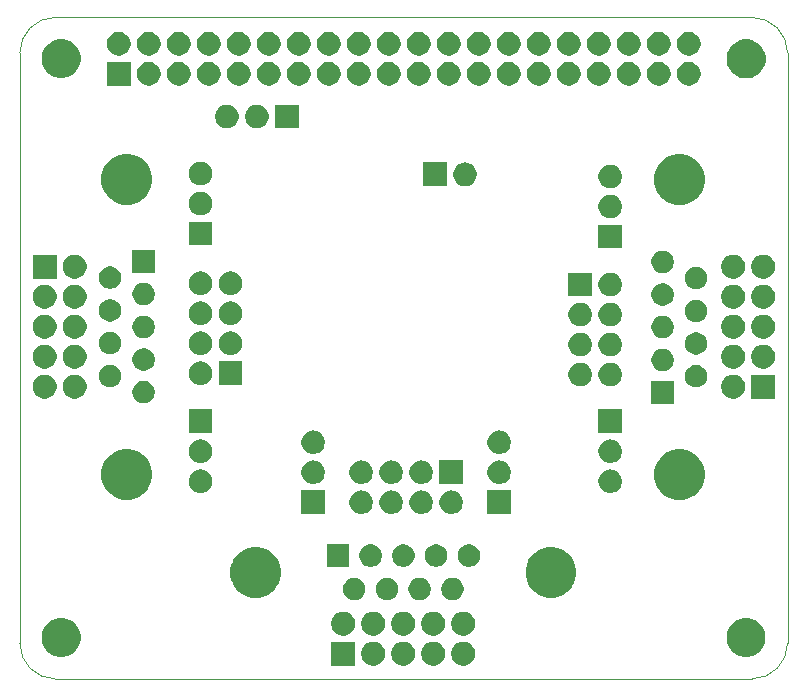
<source format=gbr>
G04 #@! TF.GenerationSoftware,KiCad,Pcbnew,5.1.5+dfsg1-2build2*
G04 #@! TF.CreationDate,2021-09-10T06:31:07+02:00*
G04 #@! TF.ProjectId,RPi_V24,5250695f-5632-4342-9e6b-696361645f70,1*
G04 #@! TF.SameCoordinates,Original*
G04 #@! TF.FileFunction,Soldermask,Bot*
G04 #@! TF.FilePolarity,Negative*
%FSLAX46Y46*%
G04 Gerber Fmt 4.6, Leading zero omitted, Abs format (unit mm)*
G04 Created by KiCad (PCBNEW 5.1.5+dfsg1-2build2) date 2021-09-10 06:31:07*
%MOMM*%
%LPD*%
G04 APERTURE LIST*
%ADD10C,0.100000*%
G04 APERTURE END LIST*
D10*
X78546356Y-63817611D02*
X78546356Y-113817611D01*
X78546356Y-63817611D02*
G75*
G02X81546356Y-60817611I3000000J0D01*
G01*
X140546356Y-60817611D02*
X81546356Y-60817611D01*
X140546356Y-60817611D02*
G75*
G02X143546356Y-63817611I0J-3000000D01*
G01*
X143546247Y-113792001D02*
X143546356Y-63817611D01*
X81546356Y-116817611D02*
G75*
G02X78546356Y-113817611I0J3000000D01*
G01*
X81546356Y-116817611D02*
X140546356Y-116817611D01*
X143546247Y-113792001D02*
G75*
G02X140546356Y-116817611I-2999891J-25610D01*
G01*
G36*
X111293655Y-113706351D02*
G01*
X111478118Y-113782758D01*
X111644135Y-113893687D01*
X111785313Y-114034865D01*
X111896242Y-114200882D01*
X111972649Y-114385345D01*
X112011600Y-114581169D01*
X112011600Y-114780831D01*
X111972649Y-114976655D01*
X111896242Y-115161118D01*
X111785313Y-115327135D01*
X111644135Y-115468313D01*
X111478118Y-115579242D01*
X111293655Y-115655649D01*
X111097831Y-115694600D01*
X110898169Y-115694600D01*
X110702345Y-115655649D01*
X110517882Y-115579242D01*
X110351865Y-115468313D01*
X110210687Y-115327135D01*
X110099758Y-115161118D01*
X110023351Y-114976655D01*
X109984400Y-114780831D01*
X109984400Y-114581169D01*
X110023351Y-114385345D01*
X110099758Y-114200882D01*
X110210687Y-114034865D01*
X110351865Y-113893687D01*
X110517882Y-113782758D01*
X110702345Y-113706351D01*
X110898169Y-113667400D01*
X111097831Y-113667400D01*
X111293655Y-113706351D01*
G37*
G36*
X113833655Y-113706351D02*
G01*
X114018118Y-113782758D01*
X114184135Y-113893687D01*
X114325313Y-114034865D01*
X114436242Y-114200882D01*
X114512649Y-114385345D01*
X114551600Y-114581169D01*
X114551600Y-114780831D01*
X114512649Y-114976655D01*
X114436242Y-115161118D01*
X114325313Y-115327135D01*
X114184135Y-115468313D01*
X114018118Y-115579242D01*
X113833655Y-115655649D01*
X113637831Y-115694600D01*
X113438169Y-115694600D01*
X113242345Y-115655649D01*
X113057882Y-115579242D01*
X112891865Y-115468313D01*
X112750687Y-115327135D01*
X112639758Y-115161118D01*
X112563351Y-114976655D01*
X112524400Y-114780831D01*
X112524400Y-114581169D01*
X112563351Y-114385345D01*
X112639758Y-114200882D01*
X112750687Y-114034865D01*
X112891865Y-113893687D01*
X113057882Y-113782758D01*
X113242345Y-113706351D01*
X113438169Y-113667400D01*
X113637831Y-113667400D01*
X113833655Y-113706351D01*
G37*
G36*
X116373655Y-113706351D02*
G01*
X116558118Y-113782758D01*
X116724135Y-113893687D01*
X116865313Y-114034865D01*
X116976242Y-114200882D01*
X117052649Y-114385345D01*
X117091600Y-114581169D01*
X117091600Y-114780831D01*
X117052649Y-114976655D01*
X116976242Y-115161118D01*
X116865313Y-115327135D01*
X116724135Y-115468313D01*
X116558118Y-115579242D01*
X116373655Y-115655649D01*
X116177831Y-115694600D01*
X115978169Y-115694600D01*
X115782345Y-115655649D01*
X115597882Y-115579242D01*
X115431865Y-115468313D01*
X115290687Y-115327135D01*
X115179758Y-115161118D01*
X115103351Y-114976655D01*
X115064400Y-114780831D01*
X115064400Y-114581169D01*
X115103351Y-114385345D01*
X115179758Y-114200882D01*
X115290687Y-114034865D01*
X115431865Y-113893687D01*
X115597882Y-113782758D01*
X115782345Y-113706351D01*
X115978169Y-113667400D01*
X116177831Y-113667400D01*
X116373655Y-113706351D01*
G37*
G36*
X108753655Y-113706351D02*
G01*
X108938118Y-113782758D01*
X109104135Y-113893687D01*
X109245313Y-114034865D01*
X109356242Y-114200882D01*
X109432649Y-114385345D01*
X109471600Y-114581169D01*
X109471600Y-114780831D01*
X109432649Y-114976655D01*
X109356242Y-115161118D01*
X109245313Y-115327135D01*
X109104135Y-115468313D01*
X108938118Y-115579242D01*
X108753655Y-115655649D01*
X108557831Y-115694600D01*
X108358169Y-115694600D01*
X108162345Y-115655649D01*
X107977882Y-115579242D01*
X107811865Y-115468313D01*
X107670687Y-115327135D01*
X107559758Y-115161118D01*
X107483351Y-114976655D01*
X107444400Y-114780831D01*
X107444400Y-114581169D01*
X107483351Y-114385345D01*
X107559758Y-114200882D01*
X107670687Y-114034865D01*
X107811865Y-113893687D01*
X107977882Y-113782758D01*
X108162345Y-113706351D01*
X108358169Y-113667400D01*
X108557831Y-113667400D01*
X108753655Y-113706351D01*
G37*
G36*
X106931600Y-115694600D02*
G01*
X104904400Y-115694600D01*
X104904400Y-113667400D01*
X106931600Y-113667400D01*
X106931600Y-115694600D01*
G37*
G36*
X82521287Y-111733408D02*
G01*
X82733618Y-111821359D01*
X82791524Y-111845344D01*
X82821568Y-111857789D01*
X83091814Y-112038361D01*
X83321639Y-112268186D01*
X83502211Y-112538432D01*
X83626592Y-112838713D01*
X83690000Y-113157489D01*
X83690000Y-113482511D01*
X83626592Y-113801287D01*
X83502211Y-114101568D01*
X83321639Y-114371814D01*
X83091814Y-114601639D01*
X82821568Y-114782211D01*
X82521287Y-114906592D01*
X82202511Y-114970000D01*
X81877489Y-114970000D01*
X81558713Y-114906592D01*
X81258432Y-114782211D01*
X80988186Y-114601639D01*
X80758361Y-114371814D01*
X80577789Y-114101568D01*
X80453408Y-113801287D01*
X80390000Y-113482511D01*
X80390000Y-113157489D01*
X80453408Y-112838713D01*
X80577789Y-112538432D01*
X80758361Y-112268186D01*
X80988186Y-112038361D01*
X81258432Y-111857789D01*
X81288477Y-111845344D01*
X81346382Y-111821359D01*
X81558713Y-111733408D01*
X81877489Y-111670000D01*
X82202511Y-111670000D01*
X82521287Y-111733408D01*
G37*
G36*
X140511287Y-111723408D02*
G01*
X140723618Y-111811359D01*
X140805666Y-111845344D01*
X140811568Y-111847789D01*
X141081814Y-112028361D01*
X141311639Y-112258186D01*
X141492211Y-112528432D01*
X141616592Y-112828713D01*
X141680000Y-113147489D01*
X141680000Y-113472511D01*
X141616592Y-113791287D01*
X141492211Y-114091568D01*
X141311639Y-114361814D01*
X141081814Y-114591639D01*
X140811568Y-114772211D01*
X140511287Y-114896592D01*
X140192511Y-114960000D01*
X139867489Y-114960000D01*
X139548713Y-114896592D01*
X139248432Y-114772211D01*
X138978186Y-114591639D01*
X138748361Y-114361814D01*
X138567789Y-114091568D01*
X138443408Y-113791287D01*
X138380000Y-113472511D01*
X138380000Y-113147489D01*
X138443408Y-112828713D01*
X138567789Y-112528432D01*
X138748361Y-112258186D01*
X138978186Y-112028361D01*
X139248432Y-111847789D01*
X139254335Y-111845344D01*
X139336382Y-111811359D01*
X139548713Y-111723408D01*
X139867489Y-111660000D01*
X140192511Y-111660000D01*
X140511287Y-111723408D01*
G37*
G36*
X113833655Y-111166351D02*
G01*
X114018118Y-111242758D01*
X114184135Y-111353687D01*
X114325313Y-111494865D01*
X114436242Y-111660882D01*
X114512649Y-111845345D01*
X114551600Y-112041169D01*
X114551600Y-112240831D01*
X114512649Y-112436655D01*
X114436242Y-112621118D01*
X114325313Y-112787135D01*
X114184135Y-112928313D01*
X114018118Y-113039242D01*
X113833655Y-113115649D01*
X113637831Y-113154600D01*
X113438169Y-113154600D01*
X113242345Y-113115649D01*
X113057882Y-113039242D01*
X112891865Y-112928313D01*
X112750687Y-112787135D01*
X112639758Y-112621118D01*
X112563351Y-112436655D01*
X112524400Y-112240831D01*
X112524400Y-112041169D01*
X112563351Y-111845345D01*
X112639758Y-111660882D01*
X112750687Y-111494865D01*
X112891865Y-111353687D01*
X113057882Y-111242758D01*
X113242345Y-111166351D01*
X113438169Y-111127400D01*
X113637831Y-111127400D01*
X113833655Y-111166351D01*
G37*
G36*
X108753655Y-111166351D02*
G01*
X108938118Y-111242758D01*
X109104135Y-111353687D01*
X109245313Y-111494865D01*
X109356242Y-111660882D01*
X109432649Y-111845345D01*
X109471600Y-112041169D01*
X109471600Y-112240831D01*
X109432649Y-112436655D01*
X109356242Y-112621118D01*
X109245313Y-112787135D01*
X109104135Y-112928313D01*
X108938118Y-113039242D01*
X108753655Y-113115649D01*
X108557831Y-113154600D01*
X108358169Y-113154600D01*
X108162345Y-113115649D01*
X107977882Y-113039242D01*
X107811865Y-112928313D01*
X107670687Y-112787135D01*
X107559758Y-112621118D01*
X107483351Y-112436655D01*
X107444400Y-112240831D01*
X107444400Y-112041169D01*
X107483351Y-111845345D01*
X107559758Y-111660882D01*
X107670687Y-111494865D01*
X107811865Y-111353687D01*
X107977882Y-111242758D01*
X108162345Y-111166351D01*
X108358169Y-111127400D01*
X108557831Y-111127400D01*
X108753655Y-111166351D01*
G37*
G36*
X106213655Y-111166351D02*
G01*
X106398118Y-111242758D01*
X106564135Y-111353687D01*
X106705313Y-111494865D01*
X106816242Y-111660882D01*
X106892649Y-111845345D01*
X106931600Y-112041169D01*
X106931600Y-112240831D01*
X106892649Y-112436655D01*
X106816242Y-112621118D01*
X106705313Y-112787135D01*
X106564135Y-112928313D01*
X106398118Y-113039242D01*
X106213655Y-113115649D01*
X106017831Y-113154600D01*
X105818169Y-113154600D01*
X105622345Y-113115649D01*
X105437882Y-113039242D01*
X105271865Y-112928313D01*
X105130687Y-112787135D01*
X105019758Y-112621118D01*
X104943351Y-112436655D01*
X104904400Y-112240831D01*
X104904400Y-112041169D01*
X104943351Y-111845345D01*
X105019758Y-111660882D01*
X105130687Y-111494865D01*
X105271865Y-111353687D01*
X105437882Y-111242758D01*
X105622345Y-111166351D01*
X105818169Y-111127400D01*
X106017831Y-111127400D01*
X106213655Y-111166351D01*
G37*
G36*
X116373655Y-111166351D02*
G01*
X116558118Y-111242758D01*
X116724135Y-111353687D01*
X116865313Y-111494865D01*
X116976242Y-111660882D01*
X117052649Y-111845345D01*
X117091600Y-112041169D01*
X117091600Y-112240831D01*
X117052649Y-112436655D01*
X116976242Y-112621118D01*
X116865313Y-112787135D01*
X116724135Y-112928313D01*
X116558118Y-113039242D01*
X116373655Y-113115649D01*
X116177831Y-113154600D01*
X115978169Y-113154600D01*
X115782345Y-113115649D01*
X115597882Y-113039242D01*
X115431865Y-112928313D01*
X115290687Y-112787135D01*
X115179758Y-112621118D01*
X115103351Y-112436655D01*
X115064400Y-112240831D01*
X115064400Y-112041169D01*
X115103351Y-111845345D01*
X115179758Y-111660882D01*
X115290687Y-111494865D01*
X115431865Y-111353687D01*
X115597882Y-111242758D01*
X115782345Y-111166351D01*
X115978169Y-111127400D01*
X116177831Y-111127400D01*
X116373655Y-111166351D01*
G37*
G36*
X111293655Y-111166351D02*
G01*
X111478118Y-111242758D01*
X111644135Y-111353687D01*
X111785313Y-111494865D01*
X111896242Y-111660882D01*
X111972649Y-111845345D01*
X112011600Y-112041169D01*
X112011600Y-112240831D01*
X111972649Y-112436655D01*
X111896242Y-112621118D01*
X111785313Y-112787135D01*
X111644135Y-112928313D01*
X111478118Y-113039242D01*
X111293655Y-113115649D01*
X111097831Y-113154600D01*
X110898169Y-113154600D01*
X110702345Y-113115649D01*
X110517882Y-113039242D01*
X110351865Y-112928313D01*
X110210687Y-112787135D01*
X110099758Y-112621118D01*
X110023351Y-112436655D01*
X109984400Y-112240831D01*
X109984400Y-112041169D01*
X110023351Y-111845345D01*
X110099758Y-111660882D01*
X110210687Y-111494865D01*
X110351865Y-111353687D01*
X110517882Y-111242758D01*
X110702345Y-111166351D01*
X110898169Y-111127400D01*
X111097831Y-111127400D01*
X111293655Y-111166351D01*
G37*
G36*
X107135605Y-108307508D02*
G01*
X107308494Y-108379121D01*
X107464090Y-108483087D01*
X107596413Y-108615410D01*
X107700379Y-108771006D01*
X107771992Y-108943895D01*
X107808500Y-109127433D01*
X107808500Y-109314567D01*
X107771992Y-109498105D01*
X107700379Y-109670994D01*
X107596413Y-109826590D01*
X107464090Y-109958913D01*
X107308494Y-110062879D01*
X107135605Y-110134492D01*
X106952067Y-110171000D01*
X106764933Y-110171000D01*
X106581395Y-110134492D01*
X106408506Y-110062879D01*
X106252910Y-109958913D01*
X106120587Y-109826590D01*
X106016621Y-109670994D01*
X105945008Y-109498105D01*
X105908500Y-109314567D01*
X105908500Y-109127433D01*
X105945008Y-108943895D01*
X106016621Y-108771006D01*
X106120587Y-108615410D01*
X106252910Y-108483087D01*
X106408506Y-108379121D01*
X106581395Y-108307508D01*
X106764933Y-108271000D01*
X106952067Y-108271000D01*
X107135605Y-108307508D01*
G37*
G36*
X109905605Y-108307508D02*
G01*
X110078494Y-108379121D01*
X110234090Y-108483087D01*
X110366413Y-108615410D01*
X110470379Y-108771006D01*
X110541992Y-108943895D01*
X110578500Y-109127433D01*
X110578500Y-109314567D01*
X110541992Y-109498105D01*
X110470379Y-109670994D01*
X110366413Y-109826590D01*
X110234090Y-109958913D01*
X110078494Y-110062879D01*
X109905605Y-110134492D01*
X109722067Y-110171000D01*
X109534933Y-110171000D01*
X109351395Y-110134492D01*
X109178506Y-110062879D01*
X109022910Y-109958913D01*
X108890587Y-109826590D01*
X108786621Y-109670994D01*
X108715008Y-109498105D01*
X108678500Y-109314567D01*
X108678500Y-109127433D01*
X108715008Y-108943895D01*
X108786621Y-108771006D01*
X108890587Y-108615410D01*
X109022910Y-108483087D01*
X109178506Y-108379121D01*
X109351395Y-108307508D01*
X109534933Y-108271000D01*
X109722067Y-108271000D01*
X109905605Y-108307508D01*
G37*
G36*
X112675605Y-108307508D02*
G01*
X112848494Y-108379121D01*
X113004090Y-108483087D01*
X113136413Y-108615410D01*
X113240379Y-108771006D01*
X113311992Y-108943895D01*
X113348500Y-109127433D01*
X113348500Y-109314567D01*
X113311992Y-109498105D01*
X113240379Y-109670994D01*
X113136413Y-109826590D01*
X113004090Y-109958913D01*
X112848494Y-110062879D01*
X112675605Y-110134492D01*
X112492067Y-110171000D01*
X112304933Y-110171000D01*
X112121395Y-110134492D01*
X111948506Y-110062879D01*
X111792910Y-109958913D01*
X111660587Y-109826590D01*
X111556621Y-109670994D01*
X111485008Y-109498105D01*
X111448500Y-109314567D01*
X111448500Y-109127433D01*
X111485008Y-108943895D01*
X111556621Y-108771006D01*
X111660587Y-108615410D01*
X111792910Y-108483087D01*
X111948506Y-108379121D01*
X112121395Y-108307508D01*
X112304933Y-108271000D01*
X112492067Y-108271000D01*
X112675605Y-108307508D01*
G37*
G36*
X115445605Y-108307508D02*
G01*
X115618494Y-108379121D01*
X115774090Y-108483087D01*
X115906413Y-108615410D01*
X116010379Y-108771006D01*
X116081992Y-108943895D01*
X116118500Y-109127433D01*
X116118500Y-109314567D01*
X116081992Y-109498105D01*
X116010379Y-109670994D01*
X115906413Y-109826590D01*
X115774090Y-109958913D01*
X115618494Y-110062879D01*
X115445605Y-110134492D01*
X115262067Y-110171000D01*
X115074933Y-110171000D01*
X114891395Y-110134492D01*
X114718506Y-110062879D01*
X114562910Y-109958913D01*
X114430587Y-109826590D01*
X114326621Y-109670994D01*
X114255008Y-109498105D01*
X114218500Y-109314567D01*
X114218500Y-109127433D01*
X114255008Y-108943895D01*
X114326621Y-108771006D01*
X114430587Y-108615410D01*
X114562910Y-108483087D01*
X114718506Y-108379121D01*
X114891395Y-108307508D01*
X115074933Y-108271000D01*
X115262067Y-108271000D01*
X115445605Y-108307508D01*
G37*
G36*
X99140632Y-105733623D02*
G01*
X99531907Y-105895695D01*
X99884045Y-106130986D01*
X100183514Y-106430455D01*
X100418805Y-106782593D01*
X100418806Y-106782595D01*
X100466275Y-106897195D01*
X100580877Y-107173868D01*
X100663500Y-107589243D01*
X100663500Y-108012757D01*
X100580877Y-108428132D01*
X100466275Y-108704805D01*
X100438854Y-108771006D01*
X100418805Y-108819407D01*
X100183514Y-109171545D01*
X99884045Y-109471014D01*
X99531907Y-109706305D01*
X99140632Y-109868377D01*
X98725257Y-109951000D01*
X98301743Y-109951000D01*
X97886368Y-109868377D01*
X97495093Y-109706305D01*
X97142955Y-109471014D01*
X96843486Y-109171545D01*
X96608195Y-108819407D01*
X96588147Y-108771006D01*
X96560725Y-108704805D01*
X96446123Y-108428132D01*
X96363500Y-108012757D01*
X96363500Y-107589243D01*
X96446123Y-107173868D01*
X96560725Y-106897195D01*
X96608194Y-106782595D01*
X96608195Y-106782593D01*
X96843486Y-106430455D01*
X97142955Y-106130986D01*
X97495093Y-105895695D01*
X97886368Y-105733623D01*
X98301743Y-105651000D01*
X98725257Y-105651000D01*
X99140632Y-105733623D01*
G37*
G36*
X124140632Y-105733623D02*
G01*
X124531907Y-105895695D01*
X124884045Y-106130986D01*
X125183514Y-106430455D01*
X125418805Y-106782593D01*
X125418806Y-106782595D01*
X125466275Y-106897195D01*
X125580877Y-107173868D01*
X125663500Y-107589243D01*
X125663500Y-108012757D01*
X125580877Y-108428132D01*
X125466275Y-108704805D01*
X125438854Y-108771006D01*
X125418805Y-108819407D01*
X125183514Y-109171545D01*
X124884045Y-109471014D01*
X124531907Y-109706305D01*
X124140632Y-109868377D01*
X123725257Y-109951000D01*
X123301743Y-109951000D01*
X122886368Y-109868377D01*
X122495093Y-109706305D01*
X122142955Y-109471014D01*
X121843486Y-109171545D01*
X121608195Y-108819407D01*
X121588147Y-108771006D01*
X121560725Y-108704805D01*
X121446123Y-108428132D01*
X121363500Y-108012757D01*
X121363500Y-107589243D01*
X121446123Y-107173868D01*
X121560725Y-106897195D01*
X121608194Y-106782595D01*
X121608195Y-106782593D01*
X121843486Y-106430455D01*
X122142955Y-106130986D01*
X122495093Y-105895695D01*
X122886368Y-105733623D01*
X123301743Y-105651000D01*
X123725257Y-105651000D01*
X124140632Y-105733623D01*
G37*
G36*
X114060605Y-105467508D02*
G01*
X114233494Y-105539121D01*
X114389090Y-105643087D01*
X114521413Y-105775410D01*
X114625379Y-105931006D01*
X114696992Y-106103895D01*
X114733500Y-106287433D01*
X114733500Y-106474567D01*
X114696992Y-106658105D01*
X114625379Y-106830994D01*
X114521413Y-106986590D01*
X114389090Y-107118913D01*
X114233494Y-107222879D01*
X114060605Y-107294492D01*
X113877067Y-107331000D01*
X113689933Y-107331000D01*
X113506395Y-107294492D01*
X113333506Y-107222879D01*
X113177910Y-107118913D01*
X113045587Y-106986590D01*
X112941621Y-106830994D01*
X112870008Y-106658105D01*
X112833500Y-106474567D01*
X112833500Y-106287433D01*
X112870008Y-106103895D01*
X112941621Y-105931006D01*
X113045587Y-105775410D01*
X113177910Y-105643087D01*
X113333506Y-105539121D01*
X113506395Y-105467508D01*
X113689933Y-105431000D01*
X113877067Y-105431000D01*
X114060605Y-105467508D01*
G37*
G36*
X116830605Y-105467508D02*
G01*
X117003494Y-105539121D01*
X117159090Y-105643087D01*
X117291413Y-105775410D01*
X117395379Y-105931006D01*
X117466992Y-106103895D01*
X117503500Y-106287433D01*
X117503500Y-106474567D01*
X117466992Y-106658105D01*
X117395379Y-106830994D01*
X117291413Y-106986590D01*
X117159090Y-107118913D01*
X117003494Y-107222879D01*
X116830605Y-107294492D01*
X116647067Y-107331000D01*
X116459933Y-107331000D01*
X116276395Y-107294492D01*
X116103506Y-107222879D01*
X115947910Y-107118913D01*
X115815587Y-106986590D01*
X115711621Y-106830994D01*
X115640008Y-106658105D01*
X115603500Y-106474567D01*
X115603500Y-106287433D01*
X115640008Y-106103895D01*
X115711621Y-105931006D01*
X115815587Y-105775410D01*
X115947910Y-105643087D01*
X116103506Y-105539121D01*
X116276395Y-105467508D01*
X116459933Y-105431000D01*
X116647067Y-105431000D01*
X116830605Y-105467508D01*
G37*
G36*
X106423500Y-107331000D02*
G01*
X104523500Y-107331000D01*
X104523500Y-105431000D01*
X106423500Y-105431000D01*
X106423500Y-107331000D01*
G37*
G36*
X111290605Y-105467508D02*
G01*
X111463494Y-105539121D01*
X111619090Y-105643087D01*
X111751413Y-105775410D01*
X111855379Y-105931006D01*
X111926992Y-106103895D01*
X111963500Y-106287433D01*
X111963500Y-106474567D01*
X111926992Y-106658105D01*
X111855379Y-106830994D01*
X111751413Y-106986590D01*
X111619090Y-107118913D01*
X111463494Y-107222879D01*
X111290605Y-107294492D01*
X111107067Y-107331000D01*
X110919933Y-107331000D01*
X110736395Y-107294492D01*
X110563506Y-107222879D01*
X110407910Y-107118913D01*
X110275587Y-106986590D01*
X110171621Y-106830994D01*
X110100008Y-106658105D01*
X110063500Y-106474567D01*
X110063500Y-106287433D01*
X110100008Y-106103895D01*
X110171621Y-105931006D01*
X110275587Y-105775410D01*
X110407910Y-105643087D01*
X110563506Y-105539121D01*
X110736395Y-105467508D01*
X110919933Y-105431000D01*
X111107067Y-105431000D01*
X111290605Y-105467508D01*
G37*
G36*
X108520605Y-105467508D02*
G01*
X108693494Y-105539121D01*
X108849090Y-105643087D01*
X108981413Y-105775410D01*
X109085379Y-105931006D01*
X109156992Y-106103895D01*
X109193500Y-106287433D01*
X109193500Y-106474567D01*
X109156992Y-106658105D01*
X109085379Y-106830994D01*
X108981413Y-106986590D01*
X108849090Y-107118913D01*
X108693494Y-107222879D01*
X108520605Y-107294492D01*
X108337067Y-107331000D01*
X108149933Y-107331000D01*
X107966395Y-107294492D01*
X107793506Y-107222879D01*
X107637910Y-107118913D01*
X107505587Y-106986590D01*
X107401621Y-106830994D01*
X107330008Y-106658105D01*
X107293500Y-106474567D01*
X107293500Y-106287433D01*
X107330008Y-106103895D01*
X107401621Y-105931006D01*
X107505587Y-105775410D01*
X107637910Y-105643087D01*
X107793506Y-105539121D01*
X107966395Y-105467508D01*
X108149933Y-105431000D01*
X108337067Y-105431000D01*
X108520605Y-105467508D01*
G37*
G36*
X120126000Y-102854000D02*
G01*
X118126000Y-102854000D01*
X118126000Y-100854000D01*
X120126000Y-100854000D01*
X120126000Y-102854000D01*
G37*
G36*
X115257090Y-100873214D02*
G01*
X115353689Y-100892429D01*
X115535678Y-100967811D01*
X115699463Y-101077249D01*
X115838751Y-101216537D01*
X115948189Y-101380322D01*
X116023571Y-101562311D01*
X116062000Y-101755509D01*
X116062000Y-101952491D01*
X116023571Y-102145689D01*
X115948189Y-102327678D01*
X115838751Y-102491463D01*
X115699463Y-102630751D01*
X115535678Y-102740189D01*
X115353689Y-102815571D01*
X115257090Y-102834786D01*
X115160492Y-102854000D01*
X114963508Y-102854000D01*
X114866910Y-102834785D01*
X114770311Y-102815571D01*
X114588322Y-102740189D01*
X114424537Y-102630751D01*
X114285249Y-102491463D01*
X114175811Y-102327678D01*
X114100429Y-102145689D01*
X114062000Y-101952491D01*
X114062000Y-101755509D01*
X114100429Y-101562311D01*
X114175811Y-101380322D01*
X114285249Y-101216537D01*
X114424537Y-101077249D01*
X114588322Y-100967811D01*
X114770311Y-100892429D01*
X114866910Y-100873215D01*
X114963508Y-100854000D01*
X115160492Y-100854000D01*
X115257090Y-100873214D01*
G37*
G36*
X112717090Y-100873214D02*
G01*
X112813689Y-100892429D01*
X112995678Y-100967811D01*
X113159463Y-101077249D01*
X113298751Y-101216537D01*
X113408189Y-101380322D01*
X113483571Y-101562311D01*
X113522000Y-101755509D01*
X113522000Y-101952491D01*
X113483571Y-102145689D01*
X113408189Y-102327678D01*
X113298751Y-102491463D01*
X113159463Y-102630751D01*
X112995678Y-102740189D01*
X112813689Y-102815571D01*
X112717090Y-102834786D01*
X112620492Y-102854000D01*
X112423508Y-102854000D01*
X112326910Y-102834785D01*
X112230311Y-102815571D01*
X112048322Y-102740189D01*
X111884537Y-102630751D01*
X111745249Y-102491463D01*
X111635811Y-102327678D01*
X111560429Y-102145689D01*
X111522000Y-101952491D01*
X111522000Y-101755509D01*
X111560429Y-101562311D01*
X111635811Y-101380322D01*
X111745249Y-101216537D01*
X111884537Y-101077249D01*
X112048322Y-100967811D01*
X112230311Y-100892429D01*
X112326910Y-100873215D01*
X112423508Y-100854000D01*
X112620492Y-100854000D01*
X112717090Y-100873214D01*
G37*
G36*
X110177090Y-100873214D02*
G01*
X110273689Y-100892429D01*
X110455678Y-100967811D01*
X110619463Y-101077249D01*
X110758751Y-101216537D01*
X110868189Y-101380322D01*
X110943571Y-101562311D01*
X110982000Y-101755509D01*
X110982000Y-101952491D01*
X110943571Y-102145689D01*
X110868189Y-102327678D01*
X110758751Y-102491463D01*
X110619463Y-102630751D01*
X110455678Y-102740189D01*
X110273689Y-102815571D01*
X110177090Y-102834786D01*
X110080492Y-102854000D01*
X109883508Y-102854000D01*
X109786910Y-102834785D01*
X109690311Y-102815571D01*
X109508322Y-102740189D01*
X109344537Y-102630751D01*
X109205249Y-102491463D01*
X109095811Y-102327678D01*
X109020429Y-102145689D01*
X108982000Y-101952491D01*
X108982000Y-101755509D01*
X109020429Y-101562311D01*
X109095811Y-101380322D01*
X109205249Y-101216537D01*
X109344537Y-101077249D01*
X109508322Y-100967811D01*
X109690311Y-100892429D01*
X109786910Y-100873215D01*
X109883508Y-100854000D01*
X110080492Y-100854000D01*
X110177090Y-100873214D01*
G37*
G36*
X104378000Y-102854000D02*
G01*
X102378000Y-102854000D01*
X102378000Y-100854000D01*
X104378000Y-100854000D01*
X104378000Y-102854000D01*
G37*
G36*
X107637090Y-100873214D02*
G01*
X107733689Y-100892429D01*
X107915678Y-100967811D01*
X108079463Y-101077249D01*
X108218751Y-101216537D01*
X108328189Y-101380322D01*
X108403571Y-101562311D01*
X108442000Y-101755509D01*
X108442000Y-101952491D01*
X108403571Y-102145689D01*
X108328189Y-102327678D01*
X108218751Y-102491463D01*
X108079463Y-102630751D01*
X107915678Y-102740189D01*
X107733689Y-102815571D01*
X107637090Y-102834786D01*
X107540492Y-102854000D01*
X107343508Y-102854000D01*
X107246910Y-102834785D01*
X107150311Y-102815571D01*
X106968322Y-102740189D01*
X106804537Y-102630751D01*
X106665249Y-102491463D01*
X106555811Y-102327678D01*
X106480429Y-102145689D01*
X106442000Y-101952491D01*
X106442000Y-101755509D01*
X106480429Y-101562311D01*
X106555811Y-101380322D01*
X106665249Y-101216537D01*
X106804537Y-101077249D01*
X106968322Y-100967811D01*
X107150311Y-100892429D01*
X107246910Y-100873215D01*
X107343508Y-100854000D01*
X107540492Y-100854000D01*
X107637090Y-100873214D01*
G37*
G36*
X135016132Y-97475623D02*
G01*
X135197506Y-97550751D01*
X135399675Y-97634492D01*
X135407407Y-97637695D01*
X135759545Y-97872986D01*
X136059014Y-98172455D01*
X136294305Y-98524593D01*
X136456377Y-98915868D01*
X136539000Y-99331243D01*
X136539000Y-99754757D01*
X136456377Y-100170132D01*
X136294305Y-100561407D01*
X136059014Y-100913545D01*
X135759545Y-101213014D01*
X135407407Y-101448305D01*
X135016132Y-101610377D01*
X134600757Y-101693000D01*
X134177243Y-101693000D01*
X133761868Y-101610377D01*
X133370593Y-101448305D01*
X133018455Y-101213014D01*
X132718986Y-100913545D01*
X132483695Y-100561407D01*
X132321623Y-100170132D01*
X132239000Y-99754757D01*
X132239000Y-99331243D01*
X132321623Y-98915868D01*
X132483695Y-98524593D01*
X132718986Y-98172455D01*
X133018455Y-97872986D01*
X133370593Y-97637695D01*
X133378326Y-97634492D01*
X133580494Y-97550751D01*
X133761868Y-97475623D01*
X134177243Y-97393000D01*
X134600757Y-97393000D01*
X135016132Y-97475623D01*
G37*
G36*
X88234132Y-97443123D02*
G01*
X88625407Y-97605195D01*
X88977545Y-97840486D01*
X89277014Y-98139955D01*
X89512305Y-98492093D01*
X89674377Y-98883368D01*
X89757000Y-99298743D01*
X89757000Y-99722257D01*
X89674377Y-100137632D01*
X89512305Y-100528907D01*
X89277014Y-100881045D01*
X88977545Y-101180514D01*
X88625407Y-101415805D01*
X88234132Y-101577877D01*
X87818757Y-101660500D01*
X87395243Y-101660500D01*
X86979868Y-101577877D01*
X86588593Y-101415805D01*
X86236455Y-101180514D01*
X85936986Y-100881045D01*
X85701695Y-100528907D01*
X85539623Y-100137632D01*
X85457000Y-99722257D01*
X85457000Y-99298743D01*
X85539623Y-98883368D01*
X85701695Y-98492093D01*
X85936986Y-98139955D01*
X86236455Y-97840486D01*
X86588593Y-97605195D01*
X86979868Y-97443123D01*
X87395243Y-97360500D01*
X87818757Y-97360500D01*
X88234132Y-97443123D01*
G37*
G36*
X128719090Y-99095215D02*
G01*
X128815689Y-99114429D01*
X128997678Y-99189811D01*
X129161463Y-99299249D01*
X129300751Y-99438537D01*
X129410189Y-99602322D01*
X129459867Y-99722257D01*
X129485571Y-99784312D01*
X129524000Y-99977508D01*
X129524000Y-100174492D01*
X129504785Y-100271090D01*
X129485571Y-100367689D01*
X129410189Y-100549678D01*
X129300751Y-100713463D01*
X129161463Y-100852751D01*
X128997678Y-100962189D01*
X128815689Y-101037571D01*
X128719090Y-101056786D01*
X128622492Y-101076000D01*
X128425508Y-101076000D01*
X128328910Y-101056786D01*
X128232311Y-101037571D01*
X128050322Y-100962189D01*
X127886537Y-100852751D01*
X127747249Y-100713463D01*
X127637811Y-100549678D01*
X127562429Y-100367689D01*
X127543215Y-100271090D01*
X127524000Y-100174492D01*
X127524000Y-99977508D01*
X127562429Y-99784312D01*
X127588133Y-99722257D01*
X127637811Y-99602322D01*
X127747249Y-99438537D01*
X127886537Y-99299249D01*
X128050322Y-99189811D01*
X128232311Y-99114429D01*
X128328910Y-99095215D01*
X128425508Y-99076000D01*
X128622492Y-99076000D01*
X128719090Y-99095215D01*
G37*
G36*
X94048090Y-99095215D02*
G01*
X94144689Y-99114429D01*
X94326678Y-99189811D01*
X94490463Y-99299249D01*
X94629751Y-99438537D01*
X94739189Y-99602322D01*
X94788867Y-99722257D01*
X94814571Y-99784312D01*
X94853000Y-99977508D01*
X94853000Y-100174492D01*
X94833785Y-100271090D01*
X94814571Y-100367689D01*
X94739189Y-100549678D01*
X94629751Y-100713463D01*
X94490463Y-100852751D01*
X94326678Y-100962189D01*
X94144689Y-101037571D01*
X94048090Y-101056786D01*
X93951492Y-101076000D01*
X93754508Y-101076000D01*
X93657910Y-101056786D01*
X93561311Y-101037571D01*
X93379322Y-100962189D01*
X93215537Y-100852751D01*
X93076249Y-100713463D01*
X92966811Y-100549678D01*
X92891429Y-100367689D01*
X92872215Y-100271090D01*
X92853000Y-100174492D01*
X92853000Y-99977508D01*
X92891429Y-99784312D01*
X92917133Y-99722257D01*
X92966811Y-99602322D01*
X93076249Y-99438537D01*
X93215537Y-99299249D01*
X93379322Y-99189811D01*
X93561311Y-99114429D01*
X93657910Y-99095215D01*
X93754508Y-99076000D01*
X93951492Y-99076000D01*
X94048090Y-99095215D01*
G37*
G36*
X116062000Y-100314000D02*
G01*
X114062000Y-100314000D01*
X114062000Y-98314000D01*
X116062000Y-98314000D01*
X116062000Y-100314000D01*
G37*
G36*
X112717090Y-98333215D02*
G01*
X112813689Y-98352429D01*
X112995678Y-98427811D01*
X113159463Y-98537249D01*
X113298751Y-98676537D01*
X113408189Y-98840322D01*
X113439481Y-98915869D01*
X113483571Y-99022312D01*
X113516889Y-99189811D01*
X113522000Y-99215509D01*
X113522000Y-99412491D01*
X113483571Y-99605689D01*
X113408189Y-99787678D01*
X113298751Y-99951463D01*
X113159463Y-100090751D01*
X112995678Y-100200189D01*
X112813689Y-100275571D01*
X112717090Y-100294786D01*
X112620492Y-100314000D01*
X112423508Y-100314000D01*
X112326910Y-100294786D01*
X112230311Y-100275571D01*
X112048322Y-100200189D01*
X111884537Y-100090751D01*
X111745249Y-99951463D01*
X111635811Y-99787678D01*
X111560429Y-99605689D01*
X111522000Y-99412491D01*
X111522000Y-99215509D01*
X111527112Y-99189811D01*
X111560429Y-99022312D01*
X111604519Y-98915869D01*
X111635811Y-98840322D01*
X111745249Y-98676537D01*
X111884537Y-98537249D01*
X112048322Y-98427811D01*
X112230311Y-98352429D01*
X112326910Y-98333215D01*
X112423508Y-98314000D01*
X112620492Y-98314000D01*
X112717090Y-98333215D01*
G37*
G36*
X110177090Y-98333215D02*
G01*
X110273689Y-98352429D01*
X110455678Y-98427811D01*
X110619463Y-98537249D01*
X110758751Y-98676537D01*
X110868189Y-98840322D01*
X110899481Y-98915869D01*
X110943571Y-99022312D01*
X110976889Y-99189811D01*
X110982000Y-99215509D01*
X110982000Y-99412491D01*
X110943571Y-99605689D01*
X110868189Y-99787678D01*
X110758751Y-99951463D01*
X110619463Y-100090751D01*
X110455678Y-100200189D01*
X110273689Y-100275571D01*
X110177090Y-100294786D01*
X110080492Y-100314000D01*
X109883508Y-100314000D01*
X109786910Y-100294786D01*
X109690311Y-100275571D01*
X109508322Y-100200189D01*
X109344537Y-100090751D01*
X109205249Y-99951463D01*
X109095811Y-99787678D01*
X109020429Y-99605689D01*
X108982000Y-99412491D01*
X108982000Y-99215509D01*
X108987112Y-99189811D01*
X109020429Y-99022312D01*
X109064519Y-98915869D01*
X109095811Y-98840322D01*
X109205249Y-98676537D01*
X109344537Y-98537249D01*
X109508322Y-98427811D01*
X109690311Y-98352429D01*
X109786910Y-98333215D01*
X109883508Y-98314000D01*
X110080492Y-98314000D01*
X110177090Y-98333215D01*
G37*
G36*
X107637090Y-98333215D02*
G01*
X107733689Y-98352429D01*
X107915678Y-98427811D01*
X108079463Y-98537249D01*
X108218751Y-98676537D01*
X108328189Y-98840322D01*
X108359481Y-98915869D01*
X108403571Y-99022312D01*
X108436889Y-99189811D01*
X108442000Y-99215509D01*
X108442000Y-99412491D01*
X108403571Y-99605689D01*
X108328189Y-99787678D01*
X108218751Y-99951463D01*
X108079463Y-100090751D01*
X107915678Y-100200189D01*
X107733689Y-100275571D01*
X107637090Y-100294786D01*
X107540492Y-100314000D01*
X107343508Y-100314000D01*
X107246910Y-100294786D01*
X107150311Y-100275571D01*
X106968322Y-100200189D01*
X106804537Y-100090751D01*
X106665249Y-99951463D01*
X106555811Y-99787678D01*
X106480429Y-99605689D01*
X106442000Y-99412491D01*
X106442000Y-99215509D01*
X106447112Y-99189811D01*
X106480429Y-99022312D01*
X106524519Y-98915869D01*
X106555811Y-98840322D01*
X106665249Y-98676537D01*
X106804537Y-98537249D01*
X106968322Y-98427811D01*
X107150311Y-98352429D01*
X107246910Y-98333215D01*
X107343508Y-98314000D01*
X107540492Y-98314000D01*
X107637090Y-98333215D01*
G37*
G36*
X119321090Y-98333215D02*
G01*
X119417689Y-98352429D01*
X119599678Y-98427811D01*
X119763463Y-98537249D01*
X119902751Y-98676537D01*
X120012189Y-98840322D01*
X120043481Y-98915869D01*
X120087571Y-99022312D01*
X120120889Y-99189811D01*
X120126000Y-99215509D01*
X120126000Y-99412491D01*
X120087571Y-99605689D01*
X120012189Y-99787678D01*
X119902751Y-99951463D01*
X119763463Y-100090751D01*
X119599678Y-100200189D01*
X119417689Y-100275571D01*
X119321090Y-100294786D01*
X119224492Y-100314000D01*
X119027508Y-100314000D01*
X118930910Y-100294786D01*
X118834311Y-100275571D01*
X118652322Y-100200189D01*
X118488537Y-100090751D01*
X118349249Y-99951463D01*
X118239811Y-99787678D01*
X118164429Y-99605689D01*
X118126000Y-99412491D01*
X118126000Y-99215509D01*
X118131112Y-99189811D01*
X118164429Y-99022312D01*
X118208519Y-98915869D01*
X118239811Y-98840322D01*
X118349249Y-98676537D01*
X118488537Y-98537249D01*
X118652322Y-98427811D01*
X118834311Y-98352429D01*
X118930910Y-98333215D01*
X119027508Y-98314000D01*
X119224492Y-98314000D01*
X119321090Y-98333215D01*
G37*
G36*
X103573090Y-98333215D02*
G01*
X103669689Y-98352429D01*
X103851678Y-98427811D01*
X104015463Y-98537249D01*
X104154751Y-98676537D01*
X104264189Y-98840322D01*
X104295481Y-98915869D01*
X104339571Y-99022312D01*
X104372889Y-99189811D01*
X104378000Y-99215509D01*
X104378000Y-99412491D01*
X104339571Y-99605689D01*
X104264189Y-99787678D01*
X104154751Y-99951463D01*
X104015463Y-100090751D01*
X103851678Y-100200189D01*
X103669689Y-100275571D01*
X103573090Y-100294786D01*
X103476492Y-100314000D01*
X103279508Y-100314000D01*
X103182910Y-100294786D01*
X103086311Y-100275571D01*
X102904322Y-100200189D01*
X102740537Y-100090751D01*
X102601249Y-99951463D01*
X102491811Y-99787678D01*
X102416429Y-99605689D01*
X102378000Y-99412491D01*
X102378000Y-99215509D01*
X102383112Y-99189811D01*
X102416429Y-99022312D01*
X102460519Y-98915869D01*
X102491811Y-98840322D01*
X102601249Y-98676537D01*
X102740537Y-98537249D01*
X102904322Y-98427811D01*
X103086311Y-98352429D01*
X103182910Y-98333215D01*
X103279508Y-98314000D01*
X103476492Y-98314000D01*
X103573090Y-98333215D01*
G37*
G36*
X128719090Y-96555214D02*
G01*
X128815689Y-96574429D01*
X128997678Y-96649811D01*
X129161463Y-96759249D01*
X129300751Y-96898537D01*
X129410189Y-97062322D01*
X129485571Y-97244311D01*
X129485571Y-97244312D01*
X129524000Y-97437508D01*
X129524000Y-97634492D01*
X129504785Y-97731090D01*
X129485571Y-97827689D01*
X129410189Y-98009678D01*
X129300751Y-98173463D01*
X129161463Y-98312751D01*
X128997678Y-98422189D01*
X128815689Y-98497571D01*
X128719090Y-98516786D01*
X128622492Y-98536000D01*
X128425508Y-98536000D01*
X128328910Y-98516785D01*
X128232311Y-98497571D01*
X128050322Y-98422189D01*
X127886537Y-98312751D01*
X127747249Y-98173463D01*
X127637811Y-98009678D01*
X127562429Y-97827689D01*
X127543215Y-97731090D01*
X127524000Y-97634492D01*
X127524000Y-97437508D01*
X127562429Y-97244312D01*
X127562429Y-97244311D01*
X127637811Y-97062322D01*
X127747249Y-96898537D01*
X127886537Y-96759249D01*
X128050322Y-96649811D01*
X128232311Y-96574429D01*
X128328910Y-96555215D01*
X128425508Y-96536000D01*
X128622492Y-96536000D01*
X128719090Y-96555214D01*
G37*
G36*
X94048090Y-96555214D02*
G01*
X94144689Y-96574429D01*
X94326678Y-96649811D01*
X94490463Y-96759249D01*
X94629751Y-96898537D01*
X94739189Y-97062322D01*
X94814571Y-97244311D01*
X94814571Y-97244312D01*
X94853000Y-97437508D01*
X94853000Y-97634492D01*
X94833785Y-97731090D01*
X94814571Y-97827689D01*
X94739189Y-98009678D01*
X94629751Y-98173463D01*
X94490463Y-98312751D01*
X94326678Y-98422189D01*
X94144689Y-98497571D01*
X94048090Y-98516786D01*
X93951492Y-98536000D01*
X93754508Y-98536000D01*
X93657910Y-98516785D01*
X93561311Y-98497571D01*
X93379322Y-98422189D01*
X93215537Y-98312751D01*
X93076249Y-98173463D01*
X92966811Y-98009678D01*
X92891429Y-97827689D01*
X92872215Y-97731090D01*
X92853000Y-97634492D01*
X92853000Y-97437508D01*
X92891429Y-97244312D01*
X92891429Y-97244311D01*
X92966811Y-97062322D01*
X93076249Y-96898537D01*
X93215537Y-96759249D01*
X93379322Y-96649811D01*
X93561311Y-96574429D01*
X93657910Y-96555215D01*
X93754508Y-96536000D01*
X93951492Y-96536000D01*
X94048090Y-96555214D01*
G37*
G36*
X103573090Y-95793215D02*
G01*
X103669689Y-95812429D01*
X103851678Y-95887811D01*
X104015463Y-95997249D01*
X104154751Y-96136537D01*
X104264189Y-96300322D01*
X104339571Y-96482311D01*
X104339571Y-96482312D01*
X104372889Y-96649811D01*
X104378000Y-96675509D01*
X104378000Y-96872491D01*
X104339571Y-97065689D01*
X104264189Y-97247678D01*
X104154751Y-97411463D01*
X104015463Y-97550751D01*
X103851678Y-97660189D01*
X103669689Y-97735571D01*
X103573090Y-97754786D01*
X103476492Y-97774000D01*
X103279508Y-97774000D01*
X103182910Y-97754786D01*
X103086311Y-97735571D01*
X102904322Y-97660189D01*
X102740537Y-97550751D01*
X102601249Y-97411463D01*
X102491811Y-97247678D01*
X102416429Y-97065689D01*
X102378000Y-96872491D01*
X102378000Y-96675509D01*
X102383112Y-96649811D01*
X102416429Y-96482312D01*
X102416429Y-96482311D01*
X102491811Y-96300322D01*
X102601249Y-96136537D01*
X102740537Y-95997249D01*
X102904322Y-95887811D01*
X103086311Y-95812429D01*
X103182910Y-95793214D01*
X103279508Y-95774000D01*
X103476492Y-95774000D01*
X103573090Y-95793215D01*
G37*
G36*
X119321090Y-95793215D02*
G01*
X119417689Y-95812429D01*
X119599678Y-95887811D01*
X119763463Y-95997249D01*
X119902751Y-96136537D01*
X120012189Y-96300322D01*
X120087571Y-96482311D01*
X120087571Y-96482312D01*
X120120889Y-96649811D01*
X120126000Y-96675509D01*
X120126000Y-96872491D01*
X120087571Y-97065689D01*
X120012189Y-97247678D01*
X119902751Y-97411463D01*
X119763463Y-97550751D01*
X119599678Y-97660189D01*
X119417689Y-97735571D01*
X119321090Y-97754786D01*
X119224492Y-97774000D01*
X119027508Y-97774000D01*
X118930910Y-97754786D01*
X118834311Y-97735571D01*
X118652322Y-97660189D01*
X118488537Y-97550751D01*
X118349249Y-97411463D01*
X118239811Y-97247678D01*
X118164429Y-97065689D01*
X118126000Y-96872491D01*
X118126000Y-96675509D01*
X118131112Y-96649811D01*
X118164429Y-96482312D01*
X118164429Y-96482311D01*
X118239811Y-96300322D01*
X118349249Y-96136537D01*
X118488537Y-95997249D01*
X118652322Y-95887811D01*
X118834311Y-95812429D01*
X118930910Y-95793214D01*
X119027508Y-95774000D01*
X119224492Y-95774000D01*
X119321090Y-95793215D01*
G37*
G36*
X94853000Y-95996000D02*
G01*
X92853000Y-95996000D01*
X92853000Y-93996000D01*
X94853000Y-93996000D01*
X94853000Y-95996000D01*
G37*
G36*
X129524000Y-95996000D02*
G01*
X127524000Y-95996000D01*
X127524000Y-93996000D01*
X129524000Y-93996000D01*
X129524000Y-95996000D01*
G37*
G36*
X133919000Y-93533000D02*
G01*
X132019000Y-93533000D01*
X132019000Y-91633000D01*
X133919000Y-91633000D01*
X133919000Y-93533000D01*
G37*
G36*
X89304105Y-91637008D02*
G01*
X89476994Y-91708621D01*
X89632590Y-91812587D01*
X89764913Y-91944910D01*
X89868879Y-92100506D01*
X89940492Y-92273395D01*
X89977000Y-92456933D01*
X89977000Y-92644067D01*
X89940492Y-92827605D01*
X89868879Y-93000494D01*
X89764913Y-93156090D01*
X89632590Y-93288413D01*
X89476994Y-93392379D01*
X89304105Y-93463992D01*
X89120567Y-93500500D01*
X88933433Y-93500500D01*
X88749895Y-93463992D01*
X88577006Y-93392379D01*
X88421410Y-93288413D01*
X88289087Y-93156090D01*
X88185121Y-93000494D01*
X88113508Y-92827605D01*
X88077000Y-92644067D01*
X88077000Y-92456933D01*
X88113508Y-92273395D01*
X88185121Y-92100506D01*
X88289087Y-91944910D01*
X88421410Y-91812587D01*
X88577006Y-91708621D01*
X88749895Y-91637008D01*
X88933433Y-91600500D01*
X89120567Y-91600500D01*
X89304105Y-91637008D01*
G37*
G36*
X139233655Y-91100351D02*
G01*
X139418118Y-91176758D01*
X139584135Y-91287687D01*
X139725313Y-91428865D01*
X139836242Y-91594882D01*
X139912649Y-91779345D01*
X139951600Y-91975169D01*
X139951600Y-92174831D01*
X139912649Y-92370655D01*
X139836242Y-92555118D01*
X139725313Y-92721135D01*
X139584135Y-92862313D01*
X139418118Y-92973242D01*
X139233655Y-93049649D01*
X139037831Y-93088600D01*
X138838169Y-93088600D01*
X138642345Y-93049649D01*
X138457882Y-92973242D01*
X138291865Y-92862313D01*
X138150687Y-92721135D01*
X138039758Y-92555118D01*
X137963351Y-92370655D01*
X137924400Y-92174831D01*
X137924400Y-91975169D01*
X137963351Y-91779345D01*
X138039758Y-91594882D01*
X138150687Y-91428865D01*
X138291865Y-91287687D01*
X138457882Y-91176758D01*
X138642345Y-91100351D01*
X138838169Y-91061400D01*
X139037831Y-91061400D01*
X139233655Y-91100351D01*
G37*
G36*
X142491600Y-93088600D02*
G01*
X140464400Y-93088600D01*
X140464400Y-91061400D01*
X142491600Y-91061400D01*
X142491600Y-93088600D01*
G37*
G36*
X80940655Y-91100351D02*
G01*
X81125118Y-91176758D01*
X81291135Y-91287687D01*
X81432313Y-91428865D01*
X81543242Y-91594882D01*
X81619649Y-91779345D01*
X81658600Y-91975169D01*
X81658600Y-92174831D01*
X81619649Y-92370655D01*
X81543242Y-92555118D01*
X81432313Y-92721135D01*
X81291135Y-92862313D01*
X81125118Y-92973242D01*
X80940655Y-93049649D01*
X80744831Y-93088600D01*
X80545169Y-93088600D01*
X80349345Y-93049649D01*
X80164882Y-92973242D01*
X79998865Y-92862313D01*
X79857687Y-92721135D01*
X79746758Y-92555118D01*
X79670351Y-92370655D01*
X79631400Y-92174831D01*
X79631400Y-91975169D01*
X79670351Y-91779345D01*
X79746758Y-91594882D01*
X79857687Y-91428865D01*
X79998865Y-91287687D01*
X80164882Y-91176758D01*
X80349345Y-91100351D01*
X80545169Y-91061400D01*
X80744831Y-91061400D01*
X80940655Y-91100351D01*
G37*
G36*
X83480655Y-91100351D02*
G01*
X83665118Y-91176758D01*
X83831135Y-91287687D01*
X83972313Y-91428865D01*
X84083242Y-91594882D01*
X84159649Y-91779345D01*
X84198600Y-91975169D01*
X84198600Y-92174831D01*
X84159649Y-92370655D01*
X84083242Y-92555118D01*
X83972313Y-92721135D01*
X83831135Y-92862313D01*
X83665118Y-92973242D01*
X83480655Y-93049649D01*
X83284831Y-93088600D01*
X83085169Y-93088600D01*
X82889345Y-93049649D01*
X82704882Y-92973242D01*
X82538865Y-92862313D01*
X82397687Y-92721135D01*
X82286758Y-92555118D01*
X82210351Y-92370655D01*
X82171400Y-92174831D01*
X82171400Y-91975169D01*
X82210351Y-91779345D01*
X82286758Y-91594882D01*
X82397687Y-91428865D01*
X82538865Y-91287687D01*
X82704882Y-91176758D01*
X82889345Y-91100351D01*
X83085169Y-91061400D01*
X83284831Y-91061400D01*
X83480655Y-91100351D01*
G37*
G36*
X136086105Y-90284508D02*
G01*
X136258994Y-90356121D01*
X136414590Y-90460087D01*
X136546913Y-90592410D01*
X136650879Y-90748006D01*
X136650880Y-90748008D01*
X136658876Y-90767312D01*
X136722492Y-90920895D01*
X136759000Y-91104433D01*
X136759000Y-91291567D01*
X136722492Y-91475105D01*
X136650879Y-91647994D01*
X136546913Y-91803590D01*
X136414590Y-91935913D01*
X136258994Y-92039879D01*
X136086105Y-92111492D01*
X135902567Y-92148000D01*
X135715433Y-92148000D01*
X135531895Y-92111492D01*
X135359006Y-92039879D01*
X135203410Y-91935913D01*
X135071087Y-91803590D01*
X134967121Y-91647994D01*
X134895508Y-91475105D01*
X134859000Y-91291567D01*
X134859000Y-91104433D01*
X134895508Y-90920895D01*
X134959124Y-90767312D01*
X134967120Y-90748008D01*
X134967121Y-90748006D01*
X135071087Y-90592410D01*
X135203410Y-90460087D01*
X135359006Y-90356121D01*
X135531895Y-90284508D01*
X135715433Y-90248000D01*
X135902567Y-90248000D01*
X136086105Y-90284508D01*
G37*
G36*
X86464105Y-90252008D02*
G01*
X86537113Y-90282249D01*
X86633837Y-90322313D01*
X86636994Y-90323621D01*
X86792590Y-90427587D01*
X86924913Y-90559910D01*
X87028879Y-90715506D01*
X87100492Y-90888395D01*
X87137000Y-91071933D01*
X87137000Y-91259067D01*
X87100492Y-91442605D01*
X87028879Y-91615494D01*
X86924913Y-91771090D01*
X86792590Y-91903413D01*
X86636994Y-92007379D01*
X86464105Y-92078992D01*
X86280567Y-92115500D01*
X86093433Y-92115500D01*
X85909895Y-92078992D01*
X85737006Y-92007379D01*
X85581410Y-91903413D01*
X85449087Y-91771090D01*
X85345121Y-91615494D01*
X85273508Y-91442605D01*
X85237000Y-91259067D01*
X85237000Y-91071933D01*
X85273508Y-90888395D01*
X85345121Y-90715506D01*
X85449087Y-90559910D01*
X85581410Y-90427587D01*
X85737006Y-90323621D01*
X85740164Y-90322313D01*
X85836887Y-90282249D01*
X85909895Y-90252008D01*
X86093433Y-90215500D01*
X86280567Y-90215500D01*
X86464105Y-90252008D01*
G37*
G36*
X128719090Y-90078215D02*
G01*
X128815689Y-90097429D01*
X128997678Y-90172811D01*
X129161463Y-90282249D01*
X129300751Y-90421537D01*
X129410189Y-90585322D01*
X129485571Y-90767311D01*
X129524000Y-90960509D01*
X129524000Y-91157491D01*
X129485571Y-91350689D01*
X129410189Y-91532678D01*
X129300751Y-91696463D01*
X129161463Y-91835751D01*
X128997678Y-91945189D01*
X128815689Y-92020571D01*
X128719090Y-92039786D01*
X128622492Y-92059000D01*
X128425508Y-92059000D01*
X128328910Y-92039785D01*
X128232311Y-92020571D01*
X128050322Y-91945189D01*
X127886537Y-91835751D01*
X127747249Y-91696463D01*
X127637811Y-91532678D01*
X127562429Y-91350689D01*
X127524000Y-91157491D01*
X127524000Y-90960509D01*
X127562429Y-90767311D01*
X127637811Y-90585322D01*
X127747249Y-90421537D01*
X127886537Y-90282249D01*
X128050322Y-90172811D01*
X128232311Y-90097429D01*
X128328910Y-90078215D01*
X128425508Y-90059000D01*
X128622492Y-90059000D01*
X128719090Y-90078215D01*
G37*
G36*
X126179090Y-90078215D02*
G01*
X126275689Y-90097429D01*
X126457678Y-90172811D01*
X126621463Y-90282249D01*
X126760751Y-90421537D01*
X126870189Y-90585322D01*
X126945571Y-90767311D01*
X126984000Y-90960509D01*
X126984000Y-91157491D01*
X126945571Y-91350689D01*
X126870189Y-91532678D01*
X126760751Y-91696463D01*
X126621463Y-91835751D01*
X126457678Y-91945189D01*
X126275689Y-92020571D01*
X126179090Y-92039786D01*
X126082492Y-92059000D01*
X125885508Y-92059000D01*
X125788910Y-92039785D01*
X125692311Y-92020571D01*
X125510322Y-91945189D01*
X125346537Y-91835751D01*
X125207249Y-91696463D01*
X125097811Y-91532678D01*
X125022429Y-91350689D01*
X124984000Y-91157491D01*
X124984000Y-90960509D01*
X125022429Y-90767311D01*
X125097811Y-90585322D01*
X125207249Y-90421537D01*
X125346537Y-90282249D01*
X125510322Y-90172811D01*
X125692311Y-90097429D01*
X125788910Y-90078215D01*
X125885508Y-90059000D01*
X126082492Y-90059000D01*
X126179090Y-90078215D01*
G37*
G36*
X94048090Y-89951214D02*
G01*
X94144689Y-89970429D01*
X94326678Y-90045811D01*
X94490463Y-90155249D01*
X94629751Y-90294537D01*
X94739189Y-90458322D01*
X94814571Y-90640311D01*
X94853000Y-90833509D01*
X94853000Y-91030491D01*
X94814571Y-91223689D01*
X94739189Y-91405678D01*
X94629751Y-91569463D01*
X94490463Y-91708751D01*
X94326678Y-91818189D01*
X94144689Y-91893571D01*
X94095219Y-91903411D01*
X93951492Y-91932000D01*
X93754508Y-91932000D01*
X93610781Y-91903411D01*
X93561311Y-91893571D01*
X93379322Y-91818189D01*
X93215537Y-91708751D01*
X93076249Y-91569463D01*
X92966811Y-91405678D01*
X92891429Y-91223689D01*
X92853000Y-91030491D01*
X92853000Y-90833509D01*
X92891429Y-90640311D01*
X92966811Y-90458322D01*
X93076249Y-90294537D01*
X93215537Y-90155249D01*
X93379322Y-90045811D01*
X93561311Y-89970429D01*
X93657910Y-89951215D01*
X93754508Y-89932000D01*
X93951492Y-89932000D01*
X94048090Y-89951214D01*
G37*
G36*
X97393000Y-91932000D02*
G01*
X95393000Y-91932000D01*
X95393000Y-89932000D01*
X97393000Y-89932000D01*
X97393000Y-91932000D01*
G37*
G36*
X133246105Y-88899508D02*
G01*
X133418994Y-88971121D01*
X133574590Y-89075087D01*
X133706913Y-89207410D01*
X133810879Y-89363006D01*
X133882492Y-89535895D01*
X133919000Y-89719433D01*
X133919000Y-89906567D01*
X133882492Y-90090105D01*
X133810879Y-90262994D01*
X133706913Y-90418590D01*
X133574590Y-90550913D01*
X133418994Y-90654879D01*
X133246105Y-90726492D01*
X133062567Y-90763000D01*
X132875433Y-90763000D01*
X132691895Y-90726492D01*
X132519006Y-90654879D01*
X132363410Y-90550913D01*
X132231087Y-90418590D01*
X132127121Y-90262994D01*
X132055508Y-90090105D01*
X132019000Y-89906567D01*
X132019000Y-89719433D01*
X132055508Y-89535895D01*
X132127121Y-89363006D01*
X132231087Y-89207410D01*
X132363410Y-89075087D01*
X132519006Y-88971121D01*
X132691895Y-88899508D01*
X132875433Y-88863000D01*
X133062567Y-88863000D01*
X133246105Y-88899508D01*
G37*
G36*
X89304105Y-88867008D02*
G01*
X89476994Y-88938621D01*
X89632590Y-89042587D01*
X89764913Y-89174910D01*
X89868879Y-89330506D01*
X89940492Y-89503395D01*
X89977000Y-89686933D01*
X89977000Y-89874067D01*
X89940492Y-90057605D01*
X89868879Y-90230494D01*
X89764913Y-90386090D01*
X89632590Y-90518413D01*
X89476994Y-90622379D01*
X89304105Y-90693992D01*
X89120567Y-90730500D01*
X88933433Y-90730500D01*
X88749895Y-90693992D01*
X88577006Y-90622379D01*
X88421410Y-90518413D01*
X88289087Y-90386090D01*
X88185121Y-90230494D01*
X88113508Y-90057605D01*
X88077000Y-89874067D01*
X88077000Y-89686933D01*
X88113508Y-89503395D01*
X88185121Y-89330506D01*
X88289087Y-89174910D01*
X88421410Y-89042587D01*
X88577006Y-88938621D01*
X88749895Y-88867008D01*
X88933433Y-88830500D01*
X89120567Y-88830500D01*
X89304105Y-88867008D01*
G37*
G36*
X83480655Y-88560351D02*
G01*
X83665118Y-88636758D01*
X83831135Y-88747687D01*
X83972313Y-88888865D01*
X84083242Y-89054882D01*
X84159649Y-89239345D01*
X84198600Y-89435169D01*
X84198600Y-89634831D01*
X84159649Y-89830655D01*
X84083242Y-90015118D01*
X83972313Y-90181135D01*
X83831135Y-90322313D01*
X83665118Y-90433242D01*
X83480655Y-90509649D01*
X83284831Y-90548600D01*
X83085169Y-90548600D01*
X82889345Y-90509649D01*
X82704882Y-90433242D01*
X82538865Y-90322313D01*
X82397687Y-90181135D01*
X82286758Y-90015118D01*
X82210351Y-89830655D01*
X82171400Y-89634831D01*
X82171400Y-89435169D01*
X82210351Y-89239345D01*
X82286758Y-89054882D01*
X82397687Y-88888865D01*
X82538865Y-88747687D01*
X82704882Y-88636758D01*
X82889345Y-88560351D01*
X83085169Y-88521400D01*
X83284831Y-88521400D01*
X83480655Y-88560351D01*
G37*
G36*
X139233655Y-88560351D02*
G01*
X139418118Y-88636758D01*
X139584135Y-88747687D01*
X139725313Y-88888865D01*
X139836242Y-89054882D01*
X139912649Y-89239345D01*
X139951600Y-89435169D01*
X139951600Y-89634831D01*
X139912649Y-89830655D01*
X139836242Y-90015118D01*
X139725313Y-90181135D01*
X139584135Y-90322313D01*
X139418118Y-90433242D01*
X139233655Y-90509649D01*
X139037831Y-90548600D01*
X138838169Y-90548600D01*
X138642345Y-90509649D01*
X138457882Y-90433242D01*
X138291865Y-90322313D01*
X138150687Y-90181135D01*
X138039758Y-90015118D01*
X137963351Y-89830655D01*
X137924400Y-89634831D01*
X137924400Y-89435169D01*
X137963351Y-89239345D01*
X138039758Y-89054882D01*
X138150687Y-88888865D01*
X138291865Y-88747687D01*
X138457882Y-88636758D01*
X138642345Y-88560351D01*
X138838169Y-88521400D01*
X139037831Y-88521400D01*
X139233655Y-88560351D01*
G37*
G36*
X80940655Y-88560351D02*
G01*
X81125118Y-88636758D01*
X81291135Y-88747687D01*
X81432313Y-88888865D01*
X81543242Y-89054882D01*
X81619649Y-89239345D01*
X81658600Y-89435169D01*
X81658600Y-89634831D01*
X81619649Y-89830655D01*
X81543242Y-90015118D01*
X81432313Y-90181135D01*
X81291135Y-90322313D01*
X81125118Y-90433242D01*
X80940655Y-90509649D01*
X80744831Y-90548600D01*
X80545169Y-90548600D01*
X80349345Y-90509649D01*
X80164882Y-90433242D01*
X79998865Y-90322313D01*
X79857687Y-90181135D01*
X79746758Y-90015118D01*
X79670351Y-89830655D01*
X79631400Y-89634831D01*
X79631400Y-89435169D01*
X79670351Y-89239345D01*
X79746758Y-89054882D01*
X79857687Y-88888865D01*
X79998865Y-88747687D01*
X80164882Y-88636758D01*
X80349345Y-88560351D01*
X80545169Y-88521400D01*
X80744831Y-88521400D01*
X80940655Y-88560351D01*
G37*
G36*
X141773655Y-88560351D02*
G01*
X141958118Y-88636758D01*
X142124135Y-88747687D01*
X142265313Y-88888865D01*
X142376242Y-89054882D01*
X142452649Y-89239345D01*
X142491600Y-89435169D01*
X142491600Y-89634831D01*
X142452649Y-89830655D01*
X142376242Y-90015118D01*
X142265313Y-90181135D01*
X142124135Y-90322313D01*
X141958118Y-90433242D01*
X141773655Y-90509649D01*
X141577831Y-90548600D01*
X141378169Y-90548600D01*
X141182345Y-90509649D01*
X140997882Y-90433242D01*
X140831865Y-90322313D01*
X140690687Y-90181135D01*
X140579758Y-90015118D01*
X140503351Y-89830655D01*
X140464400Y-89634831D01*
X140464400Y-89435169D01*
X140503351Y-89239345D01*
X140579758Y-89054882D01*
X140690687Y-88888865D01*
X140831865Y-88747687D01*
X140997882Y-88636758D01*
X141182345Y-88560351D01*
X141378169Y-88521400D01*
X141577831Y-88521400D01*
X141773655Y-88560351D01*
G37*
G36*
X128719090Y-87538215D02*
G01*
X128815689Y-87557429D01*
X128997678Y-87632811D01*
X129161463Y-87742249D01*
X129300751Y-87881537D01*
X129410189Y-88045322D01*
X129485571Y-88227311D01*
X129485571Y-88227312D01*
X129524000Y-88420508D01*
X129524000Y-88617492D01*
X129513037Y-88672605D01*
X129485571Y-88810689D01*
X129410189Y-88992678D01*
X129300751Y-89156463D01*
X129161463Y-89295751D01*
X128997678Y-89405189D01*
X128815689Y-89480571D01*
X128719090Y-89499785D01*
X128622492Y-89519000D01*
X128425508Y-89519000D01*
X128328910Y-89499785D01*
X128232311Y-89480571D01*
X128050322Y-89405189D01*
X127886537Y-89295751D01*
X127747249Y-89156463D01*
X127637811Y-88992678D01*
X127562429Y-88810689D01*
X127534963Y-88672605D01*
X127524000Y-88617492D01*
X127524000Y-88420508D01*
X127562429Y-88227312D01*
X127562429Y-88227311D01*
X127637811Y-88045322D01*
X127747249Y-87881537D01*
X127886537Y-87742249D01*
X128050322Y-87632811D01*
X128232311Y-87557429D01*
X128328910Y-87538215D01*
X128425508Y-87519000D01*
X128622492Y-87519000D01*
X128719090Y-87538215D01*
G37*
G36*
X126179090Y-87538215D02*
G01*
X126275689Y-87557429D01*
X126457678Y-87632811D01*
X126621463Y-87742249D01*
X126760751Y-87881537D01*
X126870189Y-88045322D01*
X126945571Y-88227311D01*
X126945571Y-88227312D01*
X126984000Y-88420508D01*
X126984000Y-88617492D01*
X126973037Y-88672605D01*
X126945571Y-88810689D01*
X126870189Y-88992678D01*
X126760751Y-89156463D01*
X126621463Y-89295751D01*
X126457678Y-89405189D01*
X126275689Y-89480571D01*
X126179090Y-89499785D01*
X126082492Y-89519000D01*
X125885508Y-89519000D01*
X125788910Y-89499785D01*
X125692311Y-89480571D01*
X125510322Y-89405189D01*
X125346537Y-89295751D01*
X125207249Y-89156463D01*
X125097811Y-88992678D01*
X125022429Y-88810689D01*
X124994963Y-88672605D01*
X124984000Y-88617492D01*
X124984000Y-88420508D01*
X125022429Y-88227312D01*
X125022429Y-88227311D01*
X125097811Y-88045322D01*
X125207249Y-87881537D01*
X125346537Y-87742249D01*
X125510322Y-87632811D01*
X125692311Y-87557429D01*
X125788910Y-87538215D01*
X125885508Y-87519000D01*
X126082492Y-87519000D01*
X126179090Y-87538215D01*
G37*
G36*
X96588090Y-87411214D02*
G01*
X96684689Y-87430429D01*
X96866678Y-87505811D01*
X97030463Y-87615249D01*
X97169751Y-87754537D01*
X97279189Y-87918322D01*
X97354571Y-88100311D01*
X97393000Y-88293509D01*
X97393000Y-88490491D01*
X97354571Y-88683689D01*
X97279189Y-88865678D01*
X97169751Y-89029463D01*
X97030463Y-89168751D01*
X96866678Y-89278189D01*
X96684689Y-89353571D01*
X96637255Y-89363006D01*
X96491492Y-89392000D01*
X96294508Y-89392000D01*
X96148745Y-89363006D01*
X96101311Y-89353571D01*
X95919322Y-89278189D01*
X95755537Y-89168751D01*
X95616249Y-89029463D01*
X95506811Y-88865678D01*
X95431429Y-88683689D01*
X95393000Y-88490491D01*
X95393000Y-88293509D01*
X95431429Y-88100311D01*
X95506811Y-87918322D01*
X95616249Y-87754537D01*
X95755537Y-87615249D01*
X95919322Y-87505811D01*
X96101311Y-87430429D01*
X96197910Y-87411214D01*
X96294508Y-87392000D01*
X96491492Y-87392000D01*
X96588090Y-87411214D01*
G37*
G36*
X94048090Y-87411214D02*
G01*
X94144689Y-87430429D01*
X94326678Y-87505811D01*
X94490463Y-87615249D01*
X94629751Y-87754537D01*
X94739189Y-87918322D01*
X94814571Y-88100311D01*
X94853000Y-88293509D01*
X94853000Y-88490491D01*
X94814571Y-88683689D01*
X94739189Y-88865678D01*
X94629751Y-89029463D01*
X94490463Y-89168751D01*
X94326678Y-89278189D01*
X94144689Y-89353571D01*
X94097255Y-89363006D01*
X93951492Y-89392000D01*
X93754508Y-89392000D01*
X93608745Y-89363006D01*
X93561311Y-89353571D01*
X93379322Y-89278189D01*
X93215537Y-89168751D01*
X93076249Y-89029463D01*
X92966811Y-88865678D01*
X92891429Y-88683689D01*
X92853000Y-88490491D01*
X92853000Y-88293509D01*
X92891429Y-88100311D01*
X92966811Y-87918322D01*
X93076249Y-87754537D01*
X93215537Y-87615249D01*
X93379322Y-87505811D01*
X93561311Y-87430429D01*
X93657910Y-87411214D01*
X93754508Y-87392000D01*
X93951492Y-87392000D01*
X94048090Y-87411214D01*
G37*
G36*
X136086105Y-87514508D02*
G01*
X136258994Y-87586121D01*
X136414590Y-87690087D01*
X136546913Y-87822410D01*
X136645294Y-87969648D01*
X136650880Y-87978008D01*
X136671855Y-88028646D01*
X136722492Y-88150895D01*
X136759000Y-88334433D01*
X136759000Y-88521567D01*
X136728957Y-88672605D01*
X136722492Y-88705104D01*
X136655981Y-88865678D01*
X136650879Y-88877994D01*
X136546913Y-89033590D01*
X136414590Y-89165913D01*
X136258994Y-89269879D01*
X136086105Y-89341492D01*
X135902567Y-89378000D01*
X135715433Y-89378000D01*
X135531895Y-89341492D01*
X135359006Y-89269879D01*
X135203410Y-89165913D01*
X135071087Y-89033590D01*
X134967121Y-88877994D01*
X134962020Y-88865678D01*
X134895508Y-88705104D01*
X134889044Y-88672605D01*
X134859000Y-88521567D01*
X134859000Y-88334433D01*
X134895508Y-88150895D01*
X134946145Y-88028646D01*
X134967120Y-87978008D01*
X134972706Y-87969648D01*
X135071087Y-87822410D01*
X135203410Y-87690087D01*
X135359006Y-87586121D01*
X135531895Y-87514508D01*
X135715433Y-87478000D01*
X135902567Y-87478000D01*
X136086105Y-87514508D01*
G37*
G36*
X86464105Y-87482008D02*
G01*
X86636994Y-87553621D01*
X86792590Y-87657587D01*
X86924913Y-87789910D01*
X87028879Y-87945506D01*
X87100492Y-88118395D01*
X87137000Y-88301933D01*
X87137000Y-88489067D01*
X87100492Y-88672605D01*
X87028879Y-88845494D01*
X86924913Y-89001090D01*
X86792590Y-89133413D01*
X86636994Y-89237379D01*
X86464105Y-89308992D01*
X86280567Y-89345500D01*
X86093433Y-89345500D01*
X85909895Y-89308992D01*
X85737006Y-89237379D01*
X85581410Y-89133413D01*
X85449087Y-89001090D01*
X85345121Y-88845494D01*
X85273508Y-88672605D01*
X85237000Y-88489067D01*
X85237000Y-88301933D01*
X85273508Y-88118395D01*
X85345121Y-87945506D01*
X85449087Y-87789910D01*
X85581410Y-87657587D01*
X85737006Y-87553621D01*
X85909895Y-87482008D01*
X86093433Y-87445500D01*
X86280567Y-87445500D01*
X86464105Y-87482008D01*
G37*
G36*
X139233655Y-86020351D02*
G01*
X139418118Y-86096758D01*
X139584135Y-86207687D01*
X139725313Y-86348865D01*
X139836242Y-86514882D01*
X139912649Y-86699345D01*
X139951600Y-86895169D01*
X139951600Y-87094831D01*
X139912649Y-87290655D01*
X139836242Y-87475118D01*
X139725313Y-87641135D01*
X139584135Y-87782313D01*
X139418118Y-87893242D01*
X139233655Y-87969649D01*
X139037831Y-88008600D01*
X138838169Y-88008600D01*
X138642345Y-87969649D01*
X138457882Y-87893242D01*
X138291865Y-87782313D01*
X138150687Y-87641135D01*
X138039758Y-87475118D01*
X137963351Y-87290655D01*
X137924400Y-87094831D01*
X137924400Y-86895169D01*
X137963351Y-86699345D01*
X138039758Y-86514882D01*
X138150687Y-86348865D01*
X138291865Y-86207687D01*
X138457882Y-86096758D01*
X138642345Y-86020351D01*
X138838169Y-85981400D01*
X139037831Y-85981400D01*
X139233655Y-86020351D01*
G37*
G36*
X83480655Y-86020351D02*
G01*
X83665118Y-86096758D01*
X83831135Y-86207687D01*
X83972313Y-86348865D01*
X84083242Y-86514882D01*
X84159649Y-86699345D01*
X84198600Y-86895169D01*
X84198600Y-87094831D01*
X84159649Y-87290655D01*
X84083242Y-87475118D01*
X83972313Y-87641135D01*
X83831135Y-87782313D01*
X83665118Y-87893242D01*
X83480655Y-87969649D01*
X83284831Y-88008600D01*
X83085169Y-88008600D01*
X82889345Y-87969649D01*
X82704882Y-87893242D01*
X82538865Y-87782313D01*
X82397687Y-87641135D01*
X82286758Y-87475118D01*
X82210351Y-87290655D01*
X82171400Y-87094831D01*
X82171400Y-86895169D01*
X82210351Y-86699345D01*
X82286758Y-86514882D01*
X82397687Y-86348865D01*
X82538865Y-86207687D01*
X82704882Y-86096758D01*
X82889345Y-86020351D01*
X83085169Y-85981400D01*
X83284831Y-85981400D01*
X83480655Y-86020351D01*
G37*
G36*
X80940655Y-86020351D02*
G01*
X81125118Y-86096758D01*
X81291135Y-86207687D01*
X81432313Y-86348865D01*
X81543242Y-86514882D01*
X81619649Y-86699345D01*
X81658600Y-86895169D01*
X81658600Y-87094831D01*
X81619649Y-87290655D01*
X81543242Y-87475118D01*
X81432313Y-87641135D01*
X81291135Y-87782313D01*
X81125118Y-87893242D01*
X80940655Y-87969649D01*
X80744831Y-88008600D01*
X80545169Y-88008600D01*
X80349345Y-87969649D01*
X80164882Y-87893242D01*
X79998865Y-87782313D01*
X79857687Y-87641135D01*
X79746758Y-87475118D01*
X79670351Y-87290655D01*
X79631400Y-87094831D01*
X79631400Y-86895169D01*
X79670351Y-86699345D01*
X79746758Y-86514882D01*
X79857687Y-86348865D01*
X79998865Y-86207687D01*
X80164882Y-86096758D01*
X80349345Y-86020351D01*
X80545169Y-85981400D01*
X80744831Y-85981400D01*
X80940655Y-86020351D01*
G37*
G36*
X141773655Y-86020351D02*
G01*
X141958118Y-86096758D01*
X142124135Y-86207687D01*
X142265313Y-86348865D01*
X142376242Y-86514882D01*
X142452649Y-86699345D01*
X142491600Y-86895169D01*
X142491600Y-87094831D01*
X142452649Y-87290655D01*
X142376242Y-87475118D01*
X142265313Y-87641135D01*
X142124135Y-87782313D01*
X141958118Y-87893242D01*
X141773655Y-87969649D01*
X141577831Y-88008600D01*
X141378169Y-88008600D01*
X141182345Y-87969649D01*
X140997882Y-87893242D01*
X140831865Y-87782313D01*
X140690687Y-87641135D01*
X140579758Y-87475118D01*
X140503351Y-87290655D01*
X140464400Y-87094831D01*
X140464400Y-86895169D01*
X140503351Y-86699345D01*
X140579758Y-86514882D01*
X140690687Y-86348865D01*
X140831865Y-86207687D01*
X140997882Y-86096758D01*
X141182345Y-86020351D01*
X141378169Y-85981400D01*
X141577831Y-85981400D01*
X141773655Y-86020351D01*
G37*
G36*
X133246105Y-86129508D02*
G01*
X133418994Y-86201121D01*
X133574590Y-86305087D01*
X133706913Y-86437410D01*
X133810879Y-86593006D01*
X133882492Y-86765895D01*
X133919000Y-86949433D01*
X133919000Y-87136567D01*
X133888957Y-87287605D01*
X133882492Y-87320104D01*
X133818284Y-87475118D01*
X133810879Y-87492994D01*
X133706913Y-87648590D01*
X133574590Y-87780913D01*
X133418994Y-87884879D01*
X133246105Y-87956492D01*
X133062567Y-87993000D01*
X132875433Y-87993000D01*
X132691895Y-87956492D01*
X132519006Y-87884879D01*
X132363410Y-87780913D01*
X132231087Y-87648590D01*
X132127121Y-87492994D01*
X132119717Y-87475118D01*
X132055508Y-87320104D01*
X132049044Y-87287605D01*
X132019000Y-87136567D01*
X132019000Y-86949433D01*
X132055508Y-86765895D01*
X132127121Y-86593006D01*
X132231087Y-86437410D01*
X132363410Y-86305087D01*
X132519006Y-86201121D01*
X132691895Y-86129508D01*
X132875433Y-86093000D01*
X133062567Y-86093000D01*
X133246105Y-86129508D01*
G37*
G36*
X89304105Y-86097008D02*
G01*
X89476994Y-86168621D01*
X89632590Y-86272587D01*
X89764913Y-86404910D01*
X89868879Y-86560506D01*
X89940492Y-86733395D01*
X89977000Y-86916933D01*
X89977000Y-87104067D01*
X89940492Y-87287605D01*
X89868879Y-87460494D01*
X89764913Y-87616090D01*
X89632590Y-87748413D01*
X89476994Y-87852379D01*
X89304105Y-87923992D01*
X89120567Y-87960500D01*
X88933433Y-87960500D01*
X88749895Y-87923992D01*
X88577006Y-87852379D01*
X88421410Y-87748413D01*
X88289087Y-87616090D01*
X88185121Y-87460494D01*
X88113508Y-87287605D01*
X88077000Y-87104067D01*
X88077000Y-86916933D01*
X88113508Y-86733395D01*
X88185121Y-86560506D01*
X88289087Y-86404910D01*
X88421410Y-86272587D01*
X88577006Y-86168621D01*
X88749895Y-86097008D01*
X88933433Y-86060500D01*
X89120567Y-86060500D01*
X89304105Y-86097008D01*
G37*
G36*
X128719090Y-84998214D02*
G01*
X128815689Y-85017429D01*
X128997678Y-85092811D01*
X129161463Y-85202249D01*
X129300751Y-85341537D01*
X129410189Y-85505322D01*
X129485571Y-85687311D01*
X129524000Y-85880509D01*
X129524000Y-86077491D01*
X129485571Y-86270689D01*
X129410189Y-86452678D01*
X129300751Y-86616463D01*
X129161463Y-86755751D01*
X128997678Y-86865189D01*
X128815689Y-86940571D01*
X128771136Y-86949433D01*
X128622492Y-86979000D01*
X128425508Y-86979000D01*
X128276864Y-86949433D01*
X128232311Y-86940571D01*
X128050322Y-86865189D01*
X127886537Y-86755751D01*
X127747249Y-86616463D01*
X127637811Y-86452678D01*
X127562429Y-86270689D01*
X127524000Y-86077491D01*
X127524000Y-85880509D01*
X127562429Y-85687311D01*
X127637811Y-85505322D01*
X127747249Y-85341537D01*
X127886537Y-85202249D01*
X128050322Y-85092811D01*
X128232311Y-85017429D01*
X128328910Y-84998214D01*
X128425508Y-84979000D01*
X128622492Y-84979000D01*
X128719090Y-84998214D01*
G37*
G36*
X126179090Y-84998214D02*
G01*
X126275689Y-85017429D01*
X126457678Y-85092811D01*
X126621463Y-85202249D01*
X126760751Y-85341537D01*
X126870189Y-85505322D01*
X126945571Y-85687311D01*
X126984000Y-85880509D01*
X126984000Y-86077491D01*
X126945571Y-86270689D01*
X126870189Y-86452678D01*
X126760751Y-86616463D01*
X126621463Y-86755751D01*
X126457678Y-86865189D01*
X126275689Y-86940571D01*
X126231136Y-86949433D01*
X126082492Y-86979000D01*
X125885508Y-86979000D01*
X125736864Y-86949433D01*
X125692311Y-86940571D01*
X125510322Y-86865189D01*
X125346537Y-86755751D01*
X125207249Y-86616463D01*
X125097811Y-86452678D01*
X125022429Y-86270689D01*
X124984000Y-86077491D01*
X124984000Y-85880509D01*
X125022429Y-85687311D01*
X125097811Y-85505322D01*
X125207249Y-85341537D01*
X125346537Y-85202249D01*
X125510322Y-85092811D01*
X125692311Y-85017429D01*
X125788910Y-84998214D01*
X125885508Y-84979000D01*
X126082492Y-84979000D01*
X126179090Y-84998214D01*
G37*
G36*
X96588090Y-84871215D02*
G01*
X96684689Y-84890429D01*
X96866678Y-84965811D01*
X97030463Y-85075249D01*
X97169751Y-85214537D01*
X97279189Y-85378322D01*
X97354571Y-85560311D01*
X97393000Y-85753509D01*
X97393000Y-85950491D01*
X97354571Y-86143689D01*
X97279189Y-86325678D01*
X97169751Y-86489463D01*
X97030463Y-86628751D01*
X96866678Y-86738189D01*
X96684689Y-86813571D01*
X96588090Y-86832786D01*
X96491492Y-86852000D01*
X96294508Y-86852000D01*
X96197910Y-86832786D01*
X96101311Y-86813571D01*
X95919322Y-86738189D01*
X95755537Y-86628751D01*
X95616249Y-86489463D01*
X95506811Y-86325678D01*
X95431429Y-86143689D01*
X95393000Y-85950491D01*
X95393000Y-85753509D01*
X95431429Y-85560311D01*
X95506811Y-85378322D01*
X95616249Y-85214537D01*
X95755537Y-85075249D01*
X95919322Y-84965811D01*
X96101311Y-84890429D01*
X96197910Y-84871215D01*
X96294508Y-84852000D01*
X96491492Y-84852000D01*
X96588090Y-84871215D01*
G37*
G36*
X94048090Y-84871215D02*
G01*
X94144689Y-84890429D01*
X94326678Y-84965811D01*
X94490463Y-85075249D01*
X94629751Y-85214537D01*
X94739189Y-85378322D01*
X94814571Y-85560311D01*
X94853000Y-85753509D01*
X94853000Y-85950491D01*
X94814571Y-86143689D01*
X94739189Y-86325678D01*
X94629751Y-86489463D01*
X94490463Y-86628751D01*
X94326678Y-86738189D01*
X94144689Y-86813571D01*
X94048090Y-86832786D01*
X93951492Y-86852000D01*
X93754508Y-86852000D01*
X93657910Y-86832786D01*
X93561311Y-86813571D01*
X93379322Y-86738189D01*
X93215537Y-86628751D01*
X93076249Y-86489463D01*
X92966811Y-86325678D01*
X92891429Y-86143689D01*
X92853000Y-85950491D01*
X92853000Y-85753509D01*
X92891429Y-85560311D01*
X92966811Y-85378322D01*
X93076249Y-85214537D01*
X93215537Y-85075249D01*
X93379322Y-84965811D01*
X93561311Y-84890429D01*
X93657910Y-84871215D01*
X93754508Y-84852000D01*
X93951492Y-84852000D01*
X94048090Y-84871215D01*
G37*
G36*
X136086105Y-84744508D02*
G01*
X136258994Y-84816121D01*
X136414590Y-84920087D01*
X136546913Y-85052410D01*
X136650879Y-85208006D01*
X136650880Y-85208008D01*
X136653584Y-85214537D01*
X136722492Y-85380895D01*
X136759000Y-85564433D01*
X136759000Y-85751567D01*
X136722492Y-85935105D01*
X136650879Y-86107994D01*
X136546913Y-86263590D01*
X136414590Y-86395913D01*
X136258994Y-86499879D01*
X136086105Y-86571492D01*
X135902567Y-86608000D01*
X135715433Y-86608000D01*
X135531895Y-86571492D01*
X135359006Y-86499879D01*
X135203410Y-86395913D01*
X135071087Y-86263590D01*
X134967121Y-86107994D01*
X134895508Y-85935105D01*
X134859000Y-85751567D01*
X134859000Y-85564433D01*
X134895508Y-85380895D01*
X134964416Y-85214537D01*
X134967120Y-85208008D01*
X134967121Y-85208006D01*
X135071087Y-85052410D01*
X135203410Y-84920087D01*
X135359006Y-84816121D01*
X135531895Y-84744508D01*
X135715433Y-84708000D01*
X135902567Y-84708000D01*
X136086105Y-84744508D01*
G37*
G36*
X86464105Y-84712008D02*
G01*
X86636994Y-84783621D01*
X86792590Y-84887587D01*
X86924913Y-85019910D01*
X87028879Y-85175506D01*
X87100492Y-85348395D01*
X87137000Y-85531933D01*
X87137000Y-85719067D01*
X87100492Y-85902605D01*
X87028879Y-86075494D01*
X86924913Y-86231090D01*
X86792590Y-86363413D01*
X86636994Y-86467379D01*
X86464105Y-86538992D01*
X86280567Y-86575500D01*
X86093433Y-86575500D01*
X85909895Y-86538992D01*
X85737006Y-86467379D01*
X85581410Y-86363413D01*
X85449087Y-86231090D01*
X85345121Y-86075494D01*
X85273508Y-85902605D01*
X85237000Y-85719067D01*
X85237000Y-85531933D01*
X85273508Y-85348395D01*
X85345121Y-85175506D01*
X85449087Y-85019910D01*
X85581410Y-84887587D01*
X85737006Y-84783621D01*
X85909895Y-84712008D01*
X86093433Y-84675500D01*
X86280567Y-84675500D01*
X86464105Y-84712008D01*
G37*
G36*
X80940655Y-83480351D02*
G01*
X81125118Y-83556758D01*
X81291135Y-83667687D01*
X81432313Y-83808865D01*
X81543242Y-83974882D01*
X81619649Y-84159345D01*
X81658600Y-84355169D01*
X81658600Y-84554831D01*
X81619649Y-84750655D01*
X81543242Y-84935118D01*
X81432313Y-85101135D01*
X81291135Y-85242313D01*
X81125118Y-85353242D01*
X80940655Y-85429649D01*
X80744831Y-85468600D01*
X80545169Y-85468600D01*
X80349345Y-85429649D01*
X80164882Y-85353242D01*
X79998865Y-85242313D01*
X79857687Y-85101135D01*
X79746758Y-84935118D01*
X79670351Y-84750655D01*
X79631400Y-84554831D01*
X79631400Y-84355169D01*
X79670351Y-84159345D01*
X79746758Y-83974882D01*
X79857687Y-83808865D01*
X79998865Y-83667687D01*
X80164882Y-83556758D01*
X80349345Y-83480351D01*
X80545169Y-83441400D01*
X80744831Y-83441400D01*
X80940655Y-83480351D01*
G37*
G36*
X141773655Y-83480351D02*
G01*
X141958118Y-83556758D01*
X142124135Y-83667687D01*
X142265313Y-83808865D01*
X142376242Y-83974882D01*
X142452649Y-84159345D01*
X142491600Y-84355169D01*
X142491600Y-84554831D01*
X142452649Y-84750655D01*
X142376242Y-84935118D01*
X142265313Y-85101135D01*
X142124135Y-85242313D01*
X141958118Y-85353242D01*
X141773655Y-85429649D01*
X141577831Y-85468600D01*
X141378169Y-85468600D01*
X141182345Y-85429649D01*
X140997882Y-85353242D01*
X140831865Y-85242313D01*
X140690687Y-85101135D01*
X140579758Y-84935118D01*
X140503351Y-84750655D01*
X140464400Y-84554831D01*
X140464400Y-84355169D01*
X140503351Y-84159345D01*
X140579758Y-83974882D01*
X140690687Y-83808865D01*
X140831865Y-83667687D01*
X140997882Y-83556758D01*
X141182345Y-83480351D01*
X141378169Y-83441400D01*
X141577831Y-83441400D01*
X141773655Y-83480351D01*
G37*
G36*
X139233655Y-83480351D02*
G01*
X139418118Y-83556758D01*
X139584135Y-83667687D01*
X139725313Y-83808865D01*
X139836242Y-83974882D01*
X139912649Y-84159345D01*
X139951600Y-84355169D01*
X139951600Y-84554831D01*
X139912649Y-84750655D01*
X139836242Y-84935118D01*
X139725313Y-85101135D01*
X139584135Y-85242313D01*
X139418118Y-85353242D01*
X139233655Y-85429649D01*
X139037831Y-85468600D01*
X138838169Y-85468600D01*
X138642345Y-85429649D01*
X138457882Y-85353242D01*
X138291865Y-85242313D01*
X138150687Y-85101135D01*
X138039758Y-84935118D01*
X137963351Y-84750655D01*
X137924400Y-84554831D01*
X137924400Y-84355169D01*
X137963351Y-84159345D01*
X138039758Y-83974882D01*
X138150687Y-83808865D01*
X138291865Y-83667687D01*
X138457882Y-83556758D01*
X138642345Y-83480351D01*
X138838169Y-83441400D01*
X139037831Y-83441400D01*
X139233655Y-83480351D01*
G37*
G36*
X83480655Y-83480351D02*
G01*
X83665118Y-83556758D01*
X83831135Y-83667687D01*
X83972313Y-83808865D01*
X84083242Y-83974882D01*
X84159649Y-84159345D01*
X84198600Y-84355169D01*
X84198600Y-84554831D01*
X84159649Y-84750655D01*
X84083242Y-84935118D01*
X83972313Y-85101135D01*
X83831135Y-85242313D01*
X83665118Y-85353242D01*
X83480655Y-85429649D01*
X83284831Y-85468600D01*
X83085169Y-85468600D01*
X82889345Y-85429649D01*
X82704882Y-85353242D01*
X82538865Y-85242313D01*
X82397687Y-85101135D01*
X82286758Y-84935118D01*
X82210351Y-84750655D01*
X82171400Y-84554831D01*
X82171400Y-84355169D01*
X82210351Y-84159345D01*
X82286758Y-83974882D01*
X82397687Y-83808865D01*
X82538865Y-83667687D01*
X82704882Y-83556758D01*
X82889345Y-83480351D01*
X83085169Y-83441400D01*
X83284831Y-83441400D01*
X83480655Y-83480351D01*
G37*
G36*
X133246105Y-83359508D02*
G01*
X133418994Y-83431121D01*
X133574590Y-83535087D01*
X133706913Y-83667410D01*
X133810879Y-83823006D01*
X133882492Y-83995895D01*
X133919000Y-84179433D01*
X133919000Y-84366567D01*
X133882492Y-84550105D01*
X133810879Y-84722994D01*
X133706913Y-84878590D01*
X133574590Y-85010913D01*
X133418994Y-85114879D01*
X133246105Y-85186492D01*
X133062567Y-85223000D01*
X132875433Y-85223000D01*
X132691895Y-85186492D01*
X132519006Y-85114879D01*
X132363410Y-85010913D01*
X132231087Y-84878590D01*
X132127121Y-84722994D01*
X132055508Y-84550105D01*
X132019000Y-84366567D01*
X132019000Y-84179433D01*
X132055508Y-83995895D01*
X132127121Y-83823006D01*
X132231087Y-83667410D01*
X132363410Y-83535087D01*
X132519006Y-83431121D01*
X132691895Y-83359508D01*
X132875433Y-83323000D01*
X133062567Y-83323000D01*
X133246105Y-83359508D01*
G37*
G36*
X89304105Y-83327008D02*
G01*
X89476994Y-83398621D01*
X89632590Y-83502587D01*
X89764913Y-83634910D01*
X89868879Y-83790506D01*
X89940492Y-83963395D01*
X89977000Y-84146933D01*
X89977000Y-84334067D01*
X89940492Y-84517605D01*
X89868879Y-84690494D01*
X89764913Y-84846090D01*
X89632590Y-84978413D01*
X89476994Y-85082379D01*
X89304105Y-85153992D01*
X89120567Y-85190500D01*
X88933433Y-85190500D01*
X88749895Y-85153992D01*
X88577006Y-85082379D01*
X88421410Y-84978413D01*
X88289087Y-84846090D01*
X88185121Y-84690494D01*
X88113508Y-84517605D01*
X88077000Y-84334067D01*
X88077000Y-84146933D01*
X88113508Y-83963395D01*
X88185121Y-83790506D01*
X88289087Y-83634910D01*
X88421410Y-83502587D01*
X88577006Y-83398621D01*
X88749895Y-83327008D01*
X88933433Y-83290500D01*
X89120567Y-83290500D01*
X89304105Y-83327008D01*
G37*
G36*
X128692875Y-82453000D02*
G01*
X128815689Y-82477429D01*
X128997678Y-82552811D01*
X129161463Y-82662249D01*
X129300751Y-82801537D01*
X129410189Y-82965322D01*
X129485571Y-83147311D01*
X129485571Y-83147312D01*
X129523500Y-83337992D01*
X129524000Y-83340509D01*
X129524000Y-83537491D01*
X129485571Y-83730689D01*
X129410189Y-83912678D01*
X129300751Y-84076463D01*
X129161463Y-84215751D01*
X128997678Y-84325189D01*
X128815689Y-84400571D01*
X128719090Y-84419785D01*
X128622492Y-84439000D01*
X128425508Y-84439000D01*
X128328910Y-84419785D01*
X128232311Y-84400571D01*
X128050322Y-84325189D01*
X127886537Y-84215751D01*
X127747249Y-84076463D01*
X127637811Y-83912678D01*
X127562429Y-83730689D01*
X127524000Y-83537491D01*
X127524000Y-83340509D01*
X127524501Y-83337992D01*
X127562429Y-83147312D01*
X127562429Y-83147311D01*
X127637811Y-82965322D01*
X127747249Y-82801537D01*
X127886537Y-82662249D01*
X128050322Y-82552811D01*
X128232311Y-82477429D01*
X128355125Y-82453000D01*
X128425508Y-82439000D01*
X128622492Y-82439000D01*
X128692875Y-82453000D01*
G37*
G36*
X126984000Y-84439000D02*
G01*
X124984000Y-84439000D01*
X124984000Y-82439000D01*
X126984000Y-82439000D01*
X126984000Y-84439000D01*
G37*
G36*
X94048090Y-82331214D02*
G01*
X94144689Y-82350429D01*
X94326678Y-82425811D01*
X94490463Y-82535249D01*
X94629751Y-82674537D01*
X94739189Y-82838322D01*
X94814571Y-83020311D01*
X94814571Y-83020312D01*
X94853000Y-83213508D01*
X94853000Y-83410492D01*
X94846852Y-83441400D01*
X94814571Y-83603689D01*
X94739189Y-83785678D01*
X94629751Y-83949463D01*
X94490463Y-84088751D01*
X94326678Y-84198189D01*
X94144689Y-84273571D01*
X94048090Y-84292786D01*
X93951492Y-84312000D01*
X93754508Y-84312000D01*
X93657910Y-84292786D01*
X93561311Y-84273571D01*
X93379322Y-84198189D01*
X93215537Y-84088751D01*
X93076249Y-83949463D01*
X92966811Y-83785678D01*
X92891429Y-83603689D01*
X92859148Y-83441400D01*
X92853000Y-83410492D01*
X92853000Y-83213508D01*
X92891429Y-83020312D01*
X92891429Y-83020311D01*
X92966811Y-82838322D01*
X93076249Y-82674537D01*
X93215537Y-82535249D01*
X93379322Y-82425811D01*
X93561311Y-82350429D01*
X93657910Y-82331214D01*
X93754508Y-82312000D01*
X93951492Y-82312000D01*
X94048090Y-82331214D01*
G37*
G36*
X96588090Y-82331214D02*
G01*
X96684689Y-82350429D01*
X96866678Y-82425811D01*
X97030463Y-82535249D01*
X97169751Y-82674537D01*
X97279189Y-82838322D01*
X97354571Y-83020311D01*
X97354571Y-83020312D01*
X97393000Y-83213508D01*
X97393000Y-83410492D01*
X97386852Y-83441400D01*
X97354571Y-83603689D01*
X97279189Y-83785678D01*
X97169751Y-83949463D01*
X97030463Y-84088751D01*
X96866678Y-84198189D01*
X96684689Y-84273571D01*
X96588090Y-84292786D01*
X96491492Y-84312000D01*
X96294508Y-84312000D01*
X96197910Y-84292786D01*
X96101311Y-84273571D01*
X95919322Y-84198189D01*
X95755537Y-84088751D01*
X95616249Y-83949463D01*
X95506811Y-83785678D01*
X95431429Y-83603689D01*
X95399148Y-83441400D01*
X95393000Y-83410492D01*
X95393000Y-83213508D01*
X95431429Y-83020312D01*
X95431429Y-83020311D01*
X95506811Y-82838322D01*
X95616249Y-82674537D01*
X95755537Y-82535249D01*
X95919322Y-82425811D01*
X96101311Y-82350429D01*
X96197910Y-82331214D01*
X96294508Y-82312000D01*
X96491492Y-82312000D01*
X96588090Y-82331214D01*
G37*
G36*
X136086105Y-81974508D02*
G01*
X136258994Y-82046121D01*
X136414590Y-82150087D01*
X136546913Y-82282410D01*
X136650879Y-82438006D01*
X136722492Y-82610895D01*
X136759000Y-82794433D01*
X136759000Y-82981567D01*
X136722492Y-83165105D01*
X136650879Y-83337994D01*
X136546913Y-83493590D01*
X136414590Y-83625913D01*
X136258994Y-83729879D01*
X136258993Y-83729880D01*
X136258992Y-83729880D01*
X136208354Y-83750855D01*
X136086105Y-83801492D01*
X135902567Y-83838000D01*
X135715433Y-83838000D01*
X135531895Y-83801492D01*
X135409646Y-83750855D01*
X135359008Y-83729880D01*
X135359007Y-83729880D01*
X135359006Y-83729879D01*
X135203410Y-83625913D01*
X135071087Y-83493590D01*
X134967121Y-83337994D01*
X134895508Y-83165105D01*
X134859000Y-82981567D01*
X134859000Y-82794433D01*
X134895508Y-82610895D01*
X134967121Y-82438006D01*
X135071087Y-82282410D01*
X135203410Y-82150087D01*
X135359006Y-82046121D01*
X135531895Y-81974508D01*
X135715433Y-81938000D01*
X135902567Y-81938000D01*
X136086105Y-81974508D01*
G37*
G36*
X86464105Y-81942008D02*
G01*
X86636994Y-82013621D01*
X86792590Y-82117587D01*
X86924913Y-82249910D01*
X87028879Y-82405506D01*
X87100492Y-82578395D01*
X87137000Y-82761933D01*
X87137000Y-82949067D01*
X87100492Y-83132605D01*
X87028879Y-83305494D01*
X86924913Y-83461090D01*
X86792590Y-83593413D01*
X86636994Y-83697379D01*
X86464105Y-83768992D01*
X86280567Y-83805500D01*
X86093433Y-83805500D01*
X85909895Y-83768992D01*
X85737006Y-83697379D01*
X85581410Y-83593413D01*
X85449087Y-83461090D01*
X85345121Y-83305494D01*
X85273508Y-83132605D01*
X85237000Y-82949067D01*
X85237000Y-82761933D01*
X85273508Y-82578395D01*
X85345121Y-82405506D01*
X85449087Y-82249910D01*
X85581410Y-82117587D01*
X85737006Y-82013621D01*
X85909895Y-81942008D01*
X86093433Y-81905500D01*
X86280567Y-81905500D01*
X86464105Y-81942008D01*
G37*
G36*
X83480655Y-80940351D02*
G01*
X83665118Y-81016758D01*
X83831135Y-81127687D01*
X83972313Y-81268865D01*
X84083242Y-81434882D01*
X84159649Y-81619345D01*
X84198600Y-81815169D01*
X84198600Y-82014831D01*
X84159649Y-82210655D01*
X84083242Y-82395118D01*
X83972313Y-82561135D01*
X83831135Y-82702313D01*
X83665118Y-82813242D01*
X83480655Y-82889649D01*
X83284831Y-82928600D01*
X83085169Y-82928600D01*
X82889345Y-82889649D01*
X82704882Y-82813242D01*
X82538865Y-82702313D01*
X82397687Y-82561135D01*
X82286758Y-82395118D01*
X82210351Y-82210655D01*
X82171400Y-82014831D01*
X82171400Y-81815169D01*
X82210351Y-81619345D01*
X82286758Y-81434882D01*
X82397687Y-81268865D01*
X82538865Y-81127687D01*
X82704882Y-81016758D01*
X82889345Y-80940351D01*
X83085169Y-80901400D01*
X83284831Y-80901400D01*
X83480655Y-80940351D01*
G37*
G36*
X139233655Y-80940351D02*
G01*
X139418118Y-81016758D01*
X139584135Y-81127687D01*
X139725313Y-81268865D01*
X139836242Y-81434882D01*
X139912649Y-81619345D01*
X139951600Y-81815169D01*
X139951600Y-82014831D01*
X139912649Y-82210655D01*
X139836242Y-82395118D01*
X139725313Y-82561135D01*
X139584135Y-82702313D01*
X139418118Y-82813242D01*
X139233655Y-82889649D01*
X139037831Y-82928600D01*
X138838169Y-82928600D01*
X138642345Y-82889649D01*
X138457882Y-82813242D01*
X138291865Y-82702313D01*
X138150687Y-82561135D01*
X138039758Y-82395118D01*
X137963351Y-82210655D01*
X137924400Y-82014831D01*
X137924400Y-81815169D01*
X137963351Y-81619345D01*
X138039758Y-81434882D01*
X138150687Y-81268865D01*
X138291865Y-81127687D01*
X138457882Y-81016758D01*
X138642345Y-80940351D01*
X138838169Y-80901400D01*
X139037831Y-80901400D01*
X139233655Y-80940351D01*
G37*
G36*
X141773655Y-80940351D02*
G01*
X141958118Y-81016758D01*
X142124135Y-81127687D01*
X142265313Y-81268865D01*
X142376242Y-81434882D01*
X142452649Y-81619345D01*
X142491600Y-81815169D01*
X142491600Y-82014831D01*
X142452649Y-82210655D01*
X142376242Y-82395118D01*
X142265313Y-82561135D01*
X142124135Y-82702313D01*
X141958118Y-82813242D01*
X141773655Y-82889649D01*
X141577831Y-82928600D01*
X141378169Y-82928600D01*
X141182345Y-82889649D01*
X140997882Y-82813242D01*
X140831865Y-82702313D01*
X140690687Y-82561135D01*
X140579758Y-82395118D01*
X140503351Y-82210655D01*
X140464400Y-82014831D01*
X140464400Y-81815169D01*
X140503351Y-81619345D01*
X140579758Y-81434882D01*
X140690687Y-81268865D01*
X140831865Y-81127687D01*
X140997882Y-81016758D01*
X141182345Y-80940351D01*
X141378169Y-80901400D01*
X141577831Y-80901400D01*
X141773655Y-80940351D01*
G37*
G36*
X81658600Y-82928600D02*
G01*
X79631400Y-82928600D01*
X79631400Y-80901400D01*
X81658600Y-80901400D01*
X81658600Y-82928600D01*
G37*
G36*
X133246105Y-80589508D02*
G01*
X133418994Y-80661121D01*
X133574590Y-80765087D01*
X133706913Y-80897410D01*
X133810879Y-81053006D01*
X133882492Y-81225895D01*
X133919000Y-81409433D01*
X133919000Y-81596567D01*
X133882492Y-81780105D01*
X133810879Y-81952994D01*
X133706913Y-82108590D01*
X133574590Y-82240913D01*
X133418994Y-82344879D01*
X133246105Y-82416492D01*
X133062567Y-82453000D01*
X132875433Y-82453000D01*
X132691895Y-82416492D01*
X132519006Y-82344879D01*
X132363410Y-82240913D01*
X132231087Y-82108590D01*
X132127121Y-81952994D01*
X132055508Y-81780105D01*
X132019000Y-81596567D01*
X132019000Y-81409433D01*
X132055508Y-81225895D01*
X132127121Y-81053006D01*
X132231087Y-80897410D01*
X132363410Y-80765087D01*
X132519006Y-80661121D01*
X132691895Y-80589508D01*
X132875433Y-80553000D01*
X133062567Y-80553000D01*
X133246105Y-80589508D01*
G37*
G36*
X89977000Y-82420500D02*
G01*
X88077000Y-82420500D01*
X88077000Y-80520500D01*
X89977000Y-80520500D01*
X89977000Y-82420500D01*
G37*
G36*
X129524000Y-80375000D02*
G01*
X127524000Y-80375000D01*
X127524000Y-78375000D01*
X129524000Y-78375000D01*
X129524000Y-80375000D01*
G37*
G36*
X94853000Y-80121000D02*
G01*
X92853000Y-80121000D01*
X92853000Y-78121000D01*
X94853000Y-78121000D01*
X94853000Y-80121000D01*
G37*
G36*
X128719090Y-75854215D02*
G01*
X128815689Y-75873429D01*
X128997678Y-75948811D01*
X129161463Y-76058249D01*
X129300751Y-76197537D01*
X129410189Y-76361322D01*
X129485571Y-76543311D01*
X129524000Y-76736509D01*
X129524000Y-76933491D01*
X129485571Y-77126689D01*
X129410189Y-77308678D01*
X129300751Y-77472463D01*
X129161463Y-77611751D01*
X128997678Y-77721189D01*
X128815689Y-77796571D01*
X128719090Y-77815785D01*
X128622492Y-77835000D01*
X128425508Y-77835000D01*
X128328910Y-77815785D01*
X128232311Y-77796571D01*
X128050322Y-77721189D01*
X127886537Y-77611751D01*
X127747249Y-77472463D01*
X127637811Y-77308678D01*
X127562429Y-77126689D01*
X127524000Y-76933491D01*
X127524000Y-76736509D01*
X127562429Y-76543311D01*
X127637811Y-76361322D01*
X127747249Y-76197537D01*
X127886537Y-76058249D01*
X128050322Y-75948811D01*
X128232311Y-75873429D01*
X128328910Y-75854215D01*
X128425508Y-75835000D01*
X128622492Y-75835000D01*
X128719090Y-75854215D01*
G37*
G36*
X94048090Y-75600214D02*
G01*
X94144689Y-75619429D01*
X94326678Y-75694811D01*
X94490463Y-75804249D01*
X94629751Y-75943537D01*
X94739189Y-76107322D01*
X94814571Y-76289311D01*
X94814571Y-76289312D01*
X94846197Y-76448305D01*
X94853000Y-76482509D01*
X94853000Y-76679491D01*
X94814571Y-76872689D01*
X94739189Y-77054678D01*
X94629751Y-77218463D01*
X94490463Y-77357751D01*
X94326678Y-77467189D01*
X94144689Y-77542571D01*
X94048090Y-77561785D01*
X93951492Y-77581000D01*
X93754508Y-77581000D01*
X93657910Y-77561785D01*
X93561311Y-77542571D01*
X93379322Y-77467189D01*
X93215537Y-77357751D01*
X93076249Y-77218463D01*
X92966811Y-77054678D01*
X92891429Y-76872689D01*
X92853000Y-76679491D01*
X92853000Y-76482509D01*
X92859804Y-76448305D01*
X92891429Y-76289312D01*
X92891429Y-76289311D01*
X92966811Y-76107322D01*
X93076249Y-75943537D01*
X93215537Y-75804249D01*
X93379322Y-75694811D01*
X93561311Y-75619429D01*
X93657910Y-75600214D01*
X93754508Y-75581000D01*
X93951492Y-75581000D01*
X94048090Y-75600214D01*
G37*
G36*
X135016132Y-72475623D02*
G01*
X135407407Y-72637695D01*
X135759545Y-72872986D01*
X136059014Y-73172455D01*
X136294305Y-73524593D01*
X136456377Y-73915868D01*
X136539000Y-74331243D01*
X136539000Y-74754757D01*
X136456377Y-75170132D01*
X136294305Y-75561407D01*
X136059014Y-75913545D01*
X135759545Y-76213014D01*
X135407407Y-76448305D01*
X135016132Y-76610377D01*
X134600757Y-76693000D01*
X134177243Y-76693000D01*
X133761868Y-76610377D01*
X133370593Y-76448305D01*
X133018455Y-76213014D01*
X132718986Y-75913545D01*
X132483695Y-75561407D01*
X132321623Y-75170132D01*
X132239000Y-74754757D01*
X132239000Y-74331243D01*
X132321623Y-73915868D01*
X132483695Y-73524593D01*
X132718986Y-73172455D01*
X133018455Y-72872986D01*
X133370593Y-72637695D01*
X133761868Y-72475623D01*
X134177243Y-72393000D01*
X134600757Y-72393000D01*
X135016132Y-72475623D01*
G37*
G36*
X88234132Y-72443123D02*
G01*
X88625407Y-72605195D01*
X88977545Y-72840486D01*
X89277014Y-73139955D01*
X89512305Y-73492093D01*
X89674377Y-73883368D01*
X89757000Y-74298743D01*
X89757000Y-74722257D01*
X89674377Y-75137632D01*
X89512305Y-75528907D01*
X89277014Y-75881045D01*
X88977545Y-76180514D01*
X88625407Y-76415805D01*
X88234132Y-76577877D01*
X87818757Y-76660500D01*
X87395243Y-76660500D01*
X86979868Y-76577877D01*
X86588593Y-76415805D01*
X86236455Y-76180514D01*
X85936986Y-75881045D01*
X85701695Y-75528907D01*
X85539623Y-75137632D01*
X85457000Y-74722257D01*
X85457000Y-74298743D01*
X85539623Y-73883368D01*
X85701695Y-73492093D01*
X85936986Y-73139955D01*
X86236455Y-72840486D01*
X86588593Y-72605195D01*
X86979868Y-72443123D01*
X87395243Y-72360500D01*
X87818757Y-72360500D01*
X88234132Y-72443123D01*
G37*
G36*
X128719090Y-73314214D02*
G01*
X128815689Y-73333429D01*
X128997678Y-73408811D01*
X129161463Y-73518249D01*
X129300751Y-73657537D01*
X129410189Y-73821322D01*
X129485571Y-74003311D01*
X129524000Y-74196509D01*
X129524000Y-74393491D01*
X129485571Y-74586689D01*
X129410189Y-74768678D01*
X129300751Y-74932463D01*
X129161463Y-75071751D01*
X128997678Y-75181189D01*
X128815689Y-75256571D01*
X128719090Y-75275786D01*
X128622492Y-75295000D01*
X128425508Y-75295000D01*
X128328910Y-75275786D01*
X128232311Y-75256571D01*
X128050322Y-75181189D01*
X127886537Y-75071751D01*
X127747249Y-74932463D01*
X127637811Y-74768678D01*
X127562429Y-74586689D01*
X127524000Y-74393491D01*
X127524000Y-74196509D01*
X127562429Y-74003311D01*
X127637811Y-73821322D01*
X127747249Y-73657537D01*
X127886537Y-73518249D01*
X128050322Y-73408811D01*
X128232311Y-73333429D01*
X128328910Y-73314214D01*
X128425508Y-73295000D01*
X128622492Y-73295000D01*
X128719090Y-73314214D01*
G37*
G36*
X116435090Y-73119215D02*
G01*
X116531689Y-73138429D01*
X116713678Y-73213811D01*
X116877463Y-73323249D01*
X117016751Y-73462537D01*
X117126189Y-73626322D01*
X117201571Y-73808311D01*
X117240000Y-74001509D01*
X117240000Y-74198491D01*
X117201571Y-74391689D01*
X117126189Y-74573678D01*
X117016751Y-74737463D01*
X116877463Y-74876751D01*
X116713678Y-74986189D01*
X116531689Y-75061571D01*
X116480520Y-75071749D01*
X116338492Y-75100000D01*
X116141508Y-75100000D01*
X115999480Y-75071749D01*
X115948311Y-75061571D01*
X115766322Y-74986189D01*
X115602537Y-74876751D01*
X115463249Y-74737463D01*
X115353811Y-74573678D01*
X115278429Y-74391689D01*
X115240000Y-74198491D01*
X115240000Y-74001509D01*
X115278429Y-73808311D01*
X115353811Y-73626322D01*
X115463249Y-73462537D01*
X115602537Y-73323249D01*
X115766322Y-73213811D01*
X115948311Y-73138429D01*
X116044910Y-73119215D01*
X116141508Y-73100000D01*
X116338492Y-73100000D01*
X116435090Y-73119215D01*
G37*
G36*
X114700000Y-75100000D02*
G01*
X112700000Y-75100000D01*
X112700000Y-73100000D01*
X114700000Y-73100000D01*
X114700000Y-75100000D01*
G37*
G36*
X94048090Y-73060215D02*
G01*
X94144689Y-73079429D01*
X94326678Y-73154811D01*
X94490463Y-73264249D01*
X94629751Y-73403537D01*
X94739189Y-73567322D01*
X94814571Y-73749311D01*
X94814571Y-73749312D01*
X94841237Y-73883369D01*
X94853000Y-73942509D01*
X94853000Y-74139491D01*
X94814571Y-74332689D01*
X94739189Y-74514678D01*
X94629751Y-74678463D01*
X94490463Y-74817751D01*
X94326678Y-74927189D01*
X94144689Y-75002571D01*
X94048090Y-75021786D01*
X93951492Y-75041000D01*
X93754508Y-75041000D01*
X93657910Y-75021786D01*
X93561311Y-75002571D01*
X93379322Y-74927189D01*
X93215537Y-74817751D01*
X93076249Y-74678463D01*
X92966811Y-74514678D01*
X92891429Y-74332689D01*
X92853000Y-74139491D01*
X92853000Y-73942509D01*
X92864764Y-73883369D01*
X92891429Y-73749312D01*
X92891429Y-73749311D01*
X92966811Y-73567322D01*
X93076249Y-73403537D01*
X93215537Y-73264249D01*
X93379322Y-73154811D01*
X93561311Y-73079429D01*
X93657910Y-73060215D01*
X93754508Y-73041000D01*
X93951492Y-73041000D01*
X94048090Y-73060215D01*
G37*
G36*
X96270590Y-68234215D02*
G01*
X96367189Y-68253429D01*
X96549178Y-68328811D01*
X96712963Y-68438249D01*
X96852251Y-68577537D01*
X96961689Y-68741322D01*
X97037071Y-68923311D01*
X97075500Y-69116509D01*
X97075500Y-69313491D01*
X97037071Y-69506689D01*
X96961689Y-69688678D01*
X96852251Y-69852463D01*
X96712963Y-69991751D01*
X96549178Y-70101189D01*
X96367189Y-70176571D01*
X96270590Y-70195786D01*
X96173992Y-70215000D01*
X95977008Y-70215000D01*
X95880410Y-70195786D01*
X95783811Y-70176571D01*
X95601822Y-70101189D01*
X95438037Y-69991751D01*
X95298749Y-69852463D01*
X95189311Y-69688678D01*
X95113929Y-69506689D01*
X95075500Y-69313491D01*
X95075500Y-69116509D01*
X95113929Y-68923311D01*
X95189311Y-68741322D01*
X95298749Y-68577537D01*
X95438037Y-68438249D01*
X95601822Y-68328811D01*
X95783811Y-68253429D01*
X95880410Y-68234215D01*
X95977008Y-68215000D01*
X96173992Y-68215000D01*
X96270590Y-68234215D01*
G37*
G36*
X102155500Y-70215000D02*
G01*
X100155500Y-70215000D01*
X100155500Y-68215000D01*
X102155500Y-68215000D01*
X102155500Y-70215000D01*
G37*
G36*
X98810590Y-68234215D02*
G01*
X98907189Y-68253429D01*
X99089178Y-68328811D01*
X99252963Y-68438249D01*
X99392251Y-68577537D01*
X99501689Y-68741322D01*
X99577071Y-68923311D01*
X99615500Y-69116509D01*
X99615500Y-69313491D01*
X99577071Y-69506689D01*
X99501689Y-69688678D01*
X99392251Y-69852463D01*
X99252963Y-69991751D01*
X99089178Y-70101189D01*
X98907189Y-70176571D01*
X98810590Y-70195786D01*
X98713992Y-70215000D01*
X98517008Y-70215000D01*
X98420410Y-70195786D01*
X98323811Y-70176571D01*
X98141822Y-70101189D01*
X97978037Y-69991751D01*
X97838749Y-69852463D01*
X97729311Y-69688678D01*
X97653929Y-69506689D01*
X97615500Y-69313491D01*
X97615500Y-69116509D01*
X97653929Y-68923311D01*
X97729311Y-68741322D01*
X97838749Y-68577537D01*
X97978037Y-68438249D01*
X98141822Y-68328811D01*
X98323811Y-68253429D01*
X98420410Y-68234215D01*
X98517008Y-68215000D01*
X98713992Y-68215000D01*
X98810590Y-68234215D01*
G37*
G36*
X92195090Y-64609214D02*
G01*
X92291689Y-64628429D01*
X92473678Y-64703811D01*
X92637463Y-64813249D01*
X92776751Y-64952537D01*
X92886189Y-65116322D01*
X92961571Y-65298311D01*
X93000000Y-65491509D01*
X93000000Y-65688491D01*
X92961571Y-65881689D01*
X92886189Y-66063678D01*
X92776751Y-66227463D01*
X92637463Y-66366751D01*
X92473678Y-66476189D01*
X92291689Y-66551571D01*
X92195090Y-66570785D01*
X92098492Y-66590000D01*
X91901508Y-66590000D01*
X91804910Y-66570785D01*
X91708311Y-66551571D01*
X91526322Y-66476189D01*
X91362537Y-66366751D01*
X91223249Y-66227463D01*
X91113811Y-66063678D01*
X91038429Y-65881689D01*
X91000000Y-65688491D01*
X91000000Y-65491509D01*
X91038429Y-65298311D01*
X91113811Y-65116322D01*
X91223249Y-64952537D01*
X91362537Y-64813249D01*
X91526322Y-64703811D01*
X91708311Y-64628429D01*
X91804910Y-64609214D01*
X91901508Y-64590000D01*
X92098492Y-64590000D01*
X92195090Y-64609214D01*
G37*
G36*
X89655090Y-64609214D02*
G01*
X89751689Y-64628429D01*
X89933678Y-64703811D01*
X90097463Y-64813249D01*
X90236751Y-64952537D01*
X90346189Y-65116322D01*
X90421571Y-65298311D01*
X90460000Y-65491509D01*
X90460000Y-65688491D01*
X90421571Y-65881689D01*
X90346189Y-66063678D01*
X90236751Y-66227463D01*
X90097463Y-66366751D01*
X89933678Y-66476189D01*
X89751689Y-66551571D01*
X89655090Y-66570785D01*
X89558492Y-66590000D01*
X89361508Y-66590000D01*
X89264910Y-66570785D01*
X89168311Y-66551571D01*
X88986322Y-66476189D01*
X88822537Y-66366751D01*
X88683249Y-66227463D01*
X88573811Y-66063678D01*
X88498429Y-65881689D01*
X88460000Y-65688491D01*
X88460000Y-65491509D01*
X88498429Y-65298311D01*
X88573811Y-65116322D01*
X88683249Y-64952537D01*
X88822537Y-64813249D01*
X88986322Y-64703811D01*
X89168311Y-64628429D01*
X89264910Y-64609214D01*
X89361508Y-64590000D01*
X89558492Y-64590000D01*
X89655090Y-64609214D01*
G37*
G36*
X87920000Y-66590000D02*
G01*
X85920000Y-66590000D01*
X85920000Y-64590000D01*
X87920000Y-64590000D01*
X87920000Y-66590000D01*
G37*
G36*
X94735090Y-64609214D02*
G01*
X94831689Y-64628429D01*
X95013678Y-64703811D01*
X95177463Y-64813249D01*
X95316751Y-64952537D01*
X95426189Y-65116322D01*
X95501571Y-65298311D01*
X95540000Y-65491509D01*
X95540000Y-65688491D01*
X95501571Y-65881689D01*
X95426189Y-66063678D01*
X95316751Y-66227463D01*
X95177463Y-66366751D01*
X95013678Y-66476189D01*
X94831689Y-66551571D01*
X94735090Y-66570785D01*
X94638492Y-66590000D01*
X94441508Y-66590000D01*
X94344910Y-66570785D01*
X94248311Y-66551571D01*
X94066322Y-66476189D01*
X93902537Y-66366751D01*
X93763249Y-66227463D01*
X93653811Y-66063678D01*
X93578429Y-65881689D01*
X93540000Y-65688491D01*
X93540000Y-65491509D01*
X93578429Y-65298311D01*
X93653811Y-65116322D01*
X93763249Y-64952537D01*
X93902537Y-64813249D01*
X94066322Y-64703811D01*
X94248311Y-64628429D01*
X94344910Y-64609214D01*
X94441508Y-64590000D01*
X94638492Y-64590000D01*
X94735090Y-64609214D01*
G37*
G36*
X122675090Y-64609214D02*
G01*
X122771689Y-64628429D01*
X122953678Y-64703811D01*
X123117463Y-64813249D01*
X123256751Y-64952537D01*
X123366189Y-65116322D01*
X123441571Y-65298311D01*
X123480000Y-65491509D01*
X123480000Y-65688491D01*
X123441571Y-65881689D01*
X123366189Y-66063678D01*
X123256751Y-66227463D01*
X123117463Y-66366751D01*
X122953678Y-66476189D01*
X122771689Y-66551571D01*
X122675090Y-66570785D01*
X122578492Y-66590000D01*
X122381508Y-66590000D01*
X122284910Y-66570785D01*
X122188311Y-66551571D01*
X122006322Y-66476189D01*
X121842537Y-66366751D01*
X121703249Y-66227463D01*
X121593811Y-66063678D01*
X121518429Y-65881689D01*
X121480000Y-65688491D01*
X121480000Y-65491509D01*
X121518429Y-65298311D01*
X121593811Y-65116322D01*
X121703249Y-64952537D01*
X121842537Y-64813249D01*
X122006322Y-64703811D01*
X122188311Y-64628429D01*
X122284910Y-64609214D01*
X122381508Y-64590000D01*
X122578492Y-64590000D01*
X122675090Y-64609214D01*
G37*
G36*
X97275090Y-64609214D02*
G01*
X97371689Y-64628429D01*
X97553678Y-64703811D01*
X97717463Y-64813249D01*
X97856751Y-64952537D01*
X97966189Y-65116322D01*
X98041571Y-65298311D01*
X98080000Y-65491509D01*
X98080000Y-65688491D01*
X98041571Y-65881689D01*
X97966189Y-66063678D01*
X97856751Y-66227463D01*
X97717463Y-66366751D01*
X97553678Y-66476189D01*
X97371689Y-66551571D01*
X97275090Y-66570785D01*
X97178492Y-66590000D01*
X96981508Y-66590000D01*
X96884910Y-66570785D01*
X96788311Y-66551571D01*
X96606322Y-66476189D01*
X96442537Y-66366751D01*
X96303249Y-66227463D01*
X96193811Y-66063678D01*
X96118429Y-65881689D01*
X96080000Y-65688491D01*
X96080000Y-65491509D01*
X96118429Y-65298311D01*
X96193811Y-65116322D01*
X96303249Y-64952537D01*
X96442537Y-64813249D01*
X96606322Y-64703811D01*
X96788311Y-64628429D01*
X96884910Y-64609214D01*
X96981508Y-64590000D01*
X97178492Y-64590000D01*
X97275090Y-64609214D01*
G37*
G36*
X99815090Y-64609214D02*
G01*
X99911689Y-64628429D01*
X100093678Y-64703811D01*
X100257463Y-64813249D01*
X100396751Y-64952537D01*
X100506189Y-65116322D01*
X100581571Y-65298311D01*
X100620000Y-65491509D01*
X100620000Y-65688491D01*
X100581571Y-65881689D01*
X100506189Y-66063678D01*
X100396751Y-66227463D01*
X100257463Y-66366751D01*
X100093678Y-66476189D01*
X99911689Y-66551571D01*
X99815090Y-66570785D01*
X99718492Y-66590000D01*
X99521508Y-66590000D01*
X99424910Y-66570785D01*
X99328311Y-66551571D01*
X99146322Y-66476189D01*
X98982537Y-66366751D01*
X98843249Y-66227463D01*
X98733811Y-66063678D01*
X98658429Y-65881689D01*
X98620000Y-65688491D01*
X98620000Y-65491509D01*
X98658429Y-65298311D01*
X98733811Y-65116322D01*
X98843249Y-64952537D01*
X98982537Y-64813249D01*
X99146322Y-64703811D01*
X99328311Y-64628429D01*
X99424910Y-64609214D01*
X99521508Y-64590000D01*
X99718492Y-64590000D01*
X99815090Y-64609214D01*
G37*
G36*
X104895090Y-64609214D02*
G01*
X104991689Y-64628429D01*
X105173678Y-64703811D01*
X105337463Y-64813249D01*
X105476751Y-64952537D01*
X105586189Y-65116322D01*
X105661571Y-65298311D01*
X105700000Y-65491509D01*
X105700000Y-65688491D01*
X105661571Y-65881689D01*
X105586189Y-66063678D01*
X105476751Y-66227463D01*
X105337463Y-66366751D01*
X105173678Y-66476189D01*
X104991689Y-66551571D01*
X104895090Y-66570785D01*
X104798492Y-66590000D01*
X104601508Y-66590000D01*
X104504910Y-66570785D01*
X104408311Y-66551571D01*
X104226322Y-66476189D01*
X104062537Y-66366751D01*
X103923249Y-66227463D01*
X103813811Y-66063678D01*
X103738429Y-65881689D01*
X103700000Y-65688491D01*
X103700000Y-65491509D01*
X103738429Y-65298311D01*
X103813811Y-65116322D01*
X103923249Y-64952537D01*
X104062537Y-64813249D01*
X104226322Y-64703811D01*
X104408311Y-64628429D01*
X104504910Y-64609214D01*
X104601508Y-64590000D01*
X104798492Y-64590000D01*
X104895090Y-64609214D01*
G37*
G36*
X107435090Y-64609214D02*
G01*
X107531689Y-64628429D01*
X107713678Y-64703811D01*
X107877463Y-64813249D01*
X108016751Y-64952537D01*
X108126189Y-65116322D01*
X108201571Y-65298311D01*
X108240000Y-65491509D01*
X108240000Y-65688491D01*
X108201571Y-65881689D01*
X108126189Y-66063678D01*
X108016751Y-66227463D01*
X107877463Y-66366751D01*
X107713678Y-66476189D01*
X107531689Y-66551571D01*
X107435090Y-66570785D01*
X107338492Y-66590000D01*
X107141508Y-66590000D01*
X107044910Y-66570785D01*
X106948311Y-66551571D01*
X106766322Y-66476189D01*
X106602537Y-66366751D01*
X106463249Y-66227463D01*
X106353811Y-66063678D01*
X106278429Y-65881689D01*
X106240000Y-65688491D01*
X106240000Y-65491509D01*
X106278429Y-65298311D01*
X106353811Y-65116322D01*
X106463249Y-64952537D01*
X106602537Y-64813249D01*
X106766322Y-64703811D01*
X106948311Y-64628429D01*
X107044910Y-64609214D01*
X107141508Y-64590000D01*
X107338492Y-64590000D01*
X107435090Y-64609214D01*
G37*
G36*
X127755090Y-64609214D02*
G01*
X127851689Y-64628429D01*
X128033678Y-64703811D01*
X128197463Y-64813249D01*
X128336751Y-64952537D01*
X128446189Y-65116322D01*
X128521571Y-65298311D01*
X128560000Y-65491509D01*
X128560000Y-65688491D01*
X128521571Y-65881689D01*
X128446189Y-66063678D01*
X128336751Y-66227463D01*
X128197463Y-66366751D01*
X128033678Y-66476189D01*
X127851689Y-66551571D01*
X127755090Y-66570785D01*
X127658492Y-66590000D01*
X127461508Y-66590000D01*
X127364910Y-66570785D01*
X127268311Y-66551571D01*
X127086322Y-66476189D01*
X126922537Y-66366751D01*
X126783249Y-66227463D01*
X126673811Y-66063678D01*
X126598429Y-65881689D01*
X126560000Y-65688491D01*
X126560000Y-65491509D01*
X126598429Y-65298311D01*
X126673811Y-65116322D01*
X126783249Y-64952537D01*
X126922537Y-64813249D01*
X127086322Y-64703811D01*
X127268311Y-64628429D01*
X127364910Y-64609214D01*
X127461508Y-64590000D01*
X127658492Y-64590000D01*
X127755090Y-64609214D01*
G37*
G36*
X112515090Y-64609214D02*
G01*
X112611689Y-64628429D01*
X112793678Y-64703811D01*
X112957463Y-64813249D01*
X113096751Y-64952537D01*
X113206189Y-65116322D01*
X113281571Y-65298311D01*
X113320000Y-65491509D01*
X113320000Y-65688491D01*
X113281571Y-65881689D01*
X113206189Y-66063678D01*
X113096751Y-66227463D01*
X112957463Y-66366751D01*
X112793678Y-66476189D01*
X112611689Y-66551571D01*
X112515090Y-66570785D01*
X112418492Y-66590000D01*
X112221508Y-66590000D01*
X112124910Y-66570785D01*
X112028311Y-66551571D01*
X111846322Y-66476189D01*
X111682537Y-66366751D01*
X111543249Y-66227463D01*
X111433811Y-66063678D01*
X111358429Y-65881689D01*
X111320000Y-65688491D01*
X111320000Y-65491509D01*
X111358429Y-65298311D01*
X111433811Y-65116322D01*
X111543249Y-64952537D01*
X111682537Y-64813249D01*
X111846322Y-64703811D01*
X112028311Y-64628429D01*
X112124910Y-64609214D01*
X112221508Y-64590000D01*
X112418492Y-64590000D01*
X112515090Y-64609214D01*
G37*
G36*
X115055090Y-64609214D02*
G01*
X115151689Y-64628429D01*
X115333678Y-64703811D01*
X115497463Y-64813249D01*
X115636751Y-64952537D01*
X115746189Y-65116322D01*
X115821571Y-65298311D01*
X115860000Y-65491509D01*
X115860000Y-65688491D01*
X115821571Y-65881689D01*
X115746189Y-66063678D01*
X115636751Y-66227463D01*
X115497463Y-66366751D01*
X115333678Y-66476189D01*
X115151689Y-66551571D01*
X115055090Y-66570785D01*
X114958492Y-66590000D01*
X114761508Y-66590000D01*
X114664910Y-66570785D01*
X114568311Y-66551571D01*
X114386322Y-66476189D01*
X114222537Y-66366751D01*
X114083249Y-66227463D01*
X113973811Y-66063678D01*
X113898429Y-65881689D01*
X113860000Y-65688491D01*
X113860000Y-65491509D01*
X113898429Y-65298311D01*
X113973811Y-65116322D01*
X114083249Y-64952537D01*
X114222537Y-64813249D01*
X114386322Y-64703811D01*
X114568311Y-64628429D01*
X114664910Y-64609214D01*
X114761508Y-64590000D01*
X114958492Y-64590000D01*
X115055090Y-64609214D01*
G37*
G36*
X117595090Y-64609214D02*
G01*
X117691689Y-64628429D01*
X117873678Y-64703811D01*
X118037463Y-64813249D01*
X118176751Y-64952537D01*
X118286189Y-65116322D01*
X118361571Y-65298311D01*
X118400000Y-65491509D01*
X118400000Y-65688491D01*
X118361571Y-65881689D01*
X118286189Y-66063678D01*
X118176751Y-66227463D01*
X118037463Y-66366751D01*
X117873678Y-66476189D01*
X117691689Y-66551571D01*
X117595090Y-66570785D01*
X117498492Y-66590000D01*
X117301508Y-66590000D01*
X117204910Y-66570785D01*
X117108311Y-66551571D01*
X116926322Y-66476189D01*
X116762537Y-66366751D01*
X116623249Y-66227463D01*
X116513811Y-66063678D01*
X116438429Y-65881689D01*
X116400000Y-65688491D01*
X116400000Y-65491509D01*
X116438429Y-65298311D01*
X116513811Y-65116322D01*
X116623249Y-64952537D01*
X116762537Y-64813249D01*
X116926322Y-64703811D01*
X117108311Y-64628429D01*
X117204910Y-64609214D01*
X117301508Y-64590000D01*
X117498492Y-64590000D01*
X117595090Y-64609214D01*
G37*
G36*
X120135090Y-64609214D02*
G01*
X120231689Y-64628429D01*
X120413678Y-64703811D01*
X120577463Y-64813249D01*
X120716751Y-64952537D01*
X120826189Y-65116322D01*
X120901571Y-65298311D01*
X120940000Y-65491509D01*
X120940000Y-65688491D01*
X120901571Y-65881689D01*
X120826189Y-66063678D01*
X120716751Y-66227463D01*
X120577463Y-66366751D01*
X120413678Y-66476189D01*
X120231689Y-66551571D01*
X120135090Y-66570785D01*
X120038492Y-66590000D01*
X119841508Y-66590000D01*
X119744910Y-66570785D01*
X119648311Y-66551571D01*
X119466322Y-66476189D01*
X119302537Y-66366751D01*
X119163249Y-66227463D01*
X119053811Y-66063678D01*
X118978429Y-65881689D01*
X118940000Y-65688491D01*
X118940000Y-65491509D01*
X118978429Y-65298311D01*
X119053811Y-65116322D01*
X119163249Y-64952537D01*
X119302537Y-64813249D01*
X119466322Y-64703811D01*
X119648311Y-64628429D01*
X119744910Y-64609214D01*
X119841508Y-64590000D01*
X120038492Y-64590000D01*
X120135090Y-64609214D01*
G37*
G36*
X132835090Y-64609214D02*
G01*
X132931689Y-64628429D01*
X133113678Y-64703811D01*
X133277463Y-64813249D01*
X133416751Y-64952537D01*
X133526189Y-65116322D01*
X133601571Y-65298311D01*
X133640000Y-65491509D01*
X133640000Y-65688491D01*
X133601571Y-65881689D01*
X133526189Y-66063678D01*
X133416751Y-66227463D01*
X133277463Y-66366751D01*
X133113678Y-66476189D01*
X132931689Y-66551571D01*
X132835090Y-66570785D01*
X132738492Y-66590000D01*
X132541508Y-66590000D01*
X132444910Y-66570785D01*
X132348311Y-66551571D01*
X132166322Y-66476189D01*
X132002537Y-66366751D01*
X131863249Y-66227463D01*
X131753811Y-66063678D01*
X131678429Y-65881689D01*
X131640000Y-65688491D01*
X131640000Y-65491509D01*
X131678429Y-65298311D01*
X131753811Y-65116322D01*
X131863249Y-64952537D01*
X132002537Y-64813249D01*
X132166322Y-64703811D01*
X132348311Y-64628429D01*
X132444910Y-64609214D01*
X132541508Y-64590000D01*
X132738492Y-64590000D01*
X132835090Y-64609214D01*
G37*
G36*
X125215090Y-64609214D02*
G01*
X125311689Y-64628429D01*
X125493678Y-64703811D01*
X125657463Y-64813249D01*
X125796751Y-64952537D01*
X125906189Y-65116322D01*
X125981571Y-65298311D01*
X126020000Y-65491509D01*
X126020000Y-65688491D01*
X125981571Y-65881689D01*
X125906189Y-66063678D01*
X125796751Y-66227463D01*
X125657463Y-66366751D01*
X125493678Y-66476189D01*
X125311689Y-66551571D01*
X125215090Y-66570785D01*
X125118492Y-66590000D01*
X124921508Y-66590000D01*
X124824910Y-66570785D01*
X124728311Y-66551571D01*
X124546322Y-66476189D01*
X124382537Y-66366751D01*
X124243249Y-66227463D01*
X124133811Y-66063678D01*
X124058429Y-65881689D01*
X124020000Y-65688491D01*
X124020000Y-65491509D01*
X124058429Y-65298311D01*
X124133811Y-65116322D01*
X124243249Y-64952537D01*
X124382537Y-64813249D01*
X124546322Y-64703811D01*
X124728311Y-64628429D01*
X124824910Y-64609214D01*
X124921508Y-64590000D01*
X125118492Y-64590000D01*
X125215090Y-64609214D01*
G37*
G36*
X102355090Y-64609214D02*
G01*
X102451689Y-64628429D01*
X102633678Y-64703811D01*
X102797463Y-64813249D01*
X102936751Y-64952537D01*
X103046189Y-65116322D01*
X103121571Y-65298311D01*
X103160000Y-65491509D01*
X103160000Y-65688491D01*
X103121571Y-65881689D01*
X103046189Y-66063678D01*
X102936751Y-66227463D01*
X102797463Y-66366751D01*
X102633678Y-66476189D01*
X102451689Y-66551571D01*
X102355090Y-66570785D01*
X102258492Y-66590000D01*
X102061508Y-66590000D01*
X101964910Y-66570785D01*
X101868311Y-66551571D01*
X101686322Y-66476189D01*
X101522537Y-66366751D01*
X101383249Y-66227463D01*
X101273811Y-66063678D01*
X101198429Y-65881689D01*
X101160000Y-65688491D01*
X101160000Y-65491509D01*
X101198429Y-65298311D01*
X101273811Y-65116322D01*
X101383249Y-64952537D01*
X101522537Y-64813249D01*
X101686322Y-64703811D01*
X101868311Y-64628429D01*
X101964910Y-64609214D01*
X102061508Y-64590000D01*
X102258492Y-64590000D01*
X102355090Y-64609214D01*
G37*
G36*
X130295090Y-64609214D02*
G01*
X130391689Y-64628429D01*
X130573678Y-64703811D01*
X130737463Y-64813249D01*
X130876751Y-64952537D01*
X130986189Y-65116322D01*
X131061571Y-65298311D01*
X131100000Y-65491509D01*
X131100000Y-65688491D01*
X131061571Y-65881689D01*
X130986189Y-66063678D01*
X130876751Y-66227463D01*
X130737463Y-66366751D01*
X130573678Y-66476189D01*
X130391689Y-66551571D01*
X130295090Y-66570785D01*
X130198492Y-66590000D01*
X130001508Y-66590000D01*
X129904910Y-66570785D01*
X129808311Y-66551571D01*
X129626322Y-66476189D01*
X129462537Y-66366751D01*
X129323249Y-66227463D01*
X129213811Y-66063678D01*
X129138429Y-65881689D01*
X129100000Y-65688491D01*
X129100000Y-65491509D01*
X129138429Y-65298311D01*
X129213811Y-65116322D01*
X129323249Y-64952537D01*
X129462537Y-64813249D01*
X129626322Y-64703811D01*
X129808311Y-64628429D01*
X129904910Y-64609214D01*
X130001508Y-64590000D01*
X130198492Y-64590000D01*
X130295090Y-64609214D01*
G37*
G36*
X135375090Y-64609214D02*
G01*
X135471689Y-64628429D01*
X135653678Y-64703811D01*
X135817463Y-64813249D01*
X135956751Y-64952537D01*
X136066189Y-65116322D01*
X136141571Y-65298311D01*
X136180000Y-65491509D01*
X136180000Y-65688491D01*
X136141571Y-65881689D01*
X136066189Y-66063678D01*
X135956751Y-66227463D01*
X135817463Y-66366751D01*
X135653678Y-66476189D01*
X135471689Y-66551571D01*
X135375090Y-66570785D01*
X135278492Y-66590000D01*
X135081508Y-66590000D01*
X134984910Y-66570785D01*
X134888311Y-66551571D01*
X134706322Y-66476189D01*
X134542537Y-66366751D01*
X134403249Y-66227463D01*
X134293811Y-66063678D01*
X134218429Y-65881689D01*
X134180000Y-65688491D01*
X134180000Y-65491509D01*
X134218429Y-65298311D01*
X134293811Y-65116322D01*
X134403249Y-64952537D01*
X134542537Y-64813249D01*
X134706322Y-64703811D01*
X134888311Y-64628429D01*
X134984910Y-64609214D01*
X135081508Y-64590000D01*
X135278492Y-64590000D01*
X135375090Y-64609214D01*
G37*
G36*
X109975090Y-64609214D02*
G01*
X110071689Y-64628429D01*
X110253678Y-64703811D01*
X110417463Y-64813249D01*
X110556751Y-64952537D01*
X110666189Y-65116322D01*
X110741571Y-65298311D01*
X110780000Y-65491509D01*
X110780000Y-65688491D01*
X110741571Y-65881689D01*
X110666189Y-66063678D01*
X110556751Y-66227463D01*
X110417463Y-66366751D01*
X110253678Y-66476189D01*
X110071689Y-66551571D01*
X109975090Y-66570785D01*
X109878492Y-66590000D01*
X109681508Y-66590000D01*
X109584910Y-66570785D01*
X109488311Y-66551571D01*
X109306322Y-66476189D01*
X109142537Y-66366751D01*
X109003249Y-66227463D01*
X108893811Y-66063678D01*
X108818429Y-65881689D01*
X108780000Y-65688491D01*
X108780000Y-65491509D01*
X108818429Y-65298311D01*
X108893811Y-65116322D01*
X109003249Y-64952537D01*
X109142537Y-64813249D01*
X109306322Y-64703811D01*
X109488311Y-64628429D01*
X109584910Y-64609214D01*
X109681508Y-64590000D01*
X109878492Y-64590000D01*
X109975090Y-64609214D01*
G37*
G36*
X140521287Y-62743408D02*
G01*
X140821568Y-62867789D01*
X141091814Y-63048361D01*
X141321639Y-63278186D01*
X141502211Y-63548432D01*
X141626592Y-63848713D01*
X141690000Y-64167489D01*
X141690000Y-64492511D01*
X141626592Y-64811287D01*
X141502211Y-65111568D01*
X141321639Y-65381814D01*
X141091814Y-65611639D01*
X140821568Y-65792211D01*
X140521287Y-65916592D01*
X140202511Y-65980000D01*
X139877489Y-65980000D01*
X139558713Y-65916592D01*
X139258432Y-65792211D01*
X138988186Y-65611639D01*
X138758361Y-65381814D01*
X138577789Y-65111568D01*
X138453408Y-64811287D01*
X138390000Y-64492511D01*
X138390000Y-64167489D01*
X138453408Y-63848713D01*
X138577789Y-63548432D01*
X138758361Y-63278186D01*
X138988186Y-63048361D01*
X139258432Y-62867789D01*
X139558713Y-62743408D01*
X139877489Y-62680000D01*
X140202511Y-62680000D01*
X140521287Y-62743408D01*
G37*
G36*
X82521287Y-62723408D02*
G01*
X82821568Y-62847789D01*
X83091814Y-63028361D01*
X83321639Y-63258186D01*
X83502211Y-63528432D01*
X83626592Y-63828713D01*
X83690000Y-64147489D01*
X83690000Y-64472511D01*
X83626592Y-64791287D01*
X83502211Y-65091568D01*
X83321639Y-65361814D01*
X83091814Y-65591639D01*
X82821568Y-65772211D01*
X82521287Y-65896592D01*
X82202511Y-65960000D01*
X81877489Y-65960000D01*
X81558713Y-65896592D01*
X81258432Y-65772211D01*
X80988186Y-65591639D01*
X80758361Y-65361814D01*
X80577789Y-65091568D01*
X80453408Y-64791287D01*
X80390000Y-64472511D01*
X80390000Y-64147489D01*
X80453408Y-63828713D01*
X80577789Y-63528432D01*
X80758361Y-63258186D01*
X80988186Y-63028361D01*
X81258432Y-62847789D01*
X81558713Y-62723408D01*
X81877489Y-62660000D01*
X82202511Y-62660000D01*
X82521287Y-62723408D01*
G37*
G36*
X132835090Y-62069215D02*
G01*
X132931689Y-62088429D01*
X133113678Y-62163811D01*
X133277463Y-62273249D01*
X133416751Y-62412537D01*
X133526189Y-62576322D01*
X133601571Y-62758311D01*
X133640000Y-62951509D01*
X133640000Y-63148491D01*
X133601571Y-63341689D01*
X133526189Y-63523678D01*
X133416751Y-63687463D01*
X133277463Y-63826751D01*
X133113678Y-63936189D01*
X132931689Y-64011571D01*
X132835090Y-64030786D01*
X132738492Y-64050000D01*
X132541508Y-64050000D01*
X132444910Y-64030786D01*
X132348311Y-64011571D01*
X132166322Y-63936189D01*
X132002537Y-63826751D01*
X131863249Y-63687463D01*
X131753811Y-63523678D01*
X131678429Y-63341689D01*
X131640000Y-63148491D01*
X131640000Y-62951509D01*
X131678429Y-62758311D01*
X131753811Y-62576322D01*
X131863249Y-62412537D01*
X132002537Y-62273249D01*
X132166322Y-62163811D01*
X132348311Y-62088429D01*
X132444910Y-62069215D01*
X132541508Y-62050000D01*
X132738492Y-62050000D01*
X132835090Y-62069215D01*
G37*
G36*
X135375090Y-62069215D02*
G01*
X135471689Y-62088429D01*
X135653678Y-62163811D01*
X135817463Y-62273249D01*
X135956751Y-62412537D01*
X136066189Y-62576322D01*
X136141571Y-62758311D01*
X136180000Y-62951509D01*
X136180000Y-63148491D01*
X136141571Y-63341689D01*
X136066189Y-63523678D01*
X135956751Y-63687463D01*
X135817463Y-63826751D01*
X135653678Y-63936189D01*
X135471689Y-64011571D01*
X135375090Y-64030786D01*
X135278492Y-64050000D01*
X135081508Y-64050000D01*
X134984910Y-64030786D01*
X134888311Y-64011571D01*
X134706322Y-63936189D01*
X134542537Y-63826751D01*
X134403249Y-63687463D01*
X134293811Y-63523678D01*
X134218429Y-63341689D01*
X134180000Y-63148491D01*
X134180000Y-62951509D01*
X134218429Y-62758311D01*
X134293811Y-62576322D01*
X134403249Y-62412537D01*
X134542537Y-62273249D01*
X134706322Y-62163811D01*
X134888311Y-62088429D01*
X134984910Y-62069215D01*
X135081508Y-62050000D01*
X135278492Y-62050000D01*
X135375090Y-62069215D01*
G37*
G36*
X130295090Y-62069215D02*
G01*
X130391689Y-62088429D01*
X130573678Y-62163811D01*
X130737463Y-62273249D01*
X130876751Y-62412537D01*
X130986189Y-62576322D01*
X131061571Y-62758311D01*
X131100000Y-62951509D01*
X131100000Y-63148491D01*
X131061571Y-63341689D01*
X130986189Y-63523678D01*
X130876751Y-63687463D01*
X130737463Y-63826751D01*
X130573678Y-63936189D01*
X130391689Y-64011571D01*
X130295090Y-64030786D01*
X130198492Y-64050000D01*
X130001508Y-64050000D01*
X129904910Y-64030786D01*
X129808311Y-64011571D01*
X129626322Y-63936189D01*
X129462537Y-63826751D01*
X129323249Y-63687463D01*
X129213811Y-63523678D01*
X129138429Y-63341689D01*
X129100000Y-63148491D01*
X129100000Y-62951509D01*
X129138429Y-62758311D01*
X129213811Y-62576322D01*
X129323249Y-62412537D01*
X129462537Y-62273249D01*
X129626322Y-62163811D01*
X129808311Y-62088429D01*
X129904910Y-62069215D01*
X130001508Y-62050000D01*
X130198492Y-62050000D01*
X130295090Y-62069215D01*
G37*
G36*
X127755090Y-62069215D02*
G01*
X127851689Y-62088429D01*
X128033678Y-62163811D01*
X128197463Y-62273249D01*
X128336751Y-62412537D01*
X128446189Y-62576322D01*
X128521571Y-62758311D01*
X128560000Y-62951509D01*
X128560000Y-63148491D01*
X128521571Y-63341689D01*
X128446189Y-63523678D01*
X128336751Y-63687463D01*
X128197463Y-63826751D01*
X128033678Y-63936189D01*
X127851689Y-64011571D01*
X127755090Y-64030786D01*
X127658492Y-64050000D01*
X127461508Y-64050000D01*
X127364910Y-64030786D01*
X127268311Y-64011571D01*
X127086322Y-63936189D01*
X126922537Y-63826751D01*
X126783249Y-63687463D01*
X126673811Y-63523678D01*
X126598429Y-63341689D01*
X126560000Y-63148491D01*
X126560000Y-62951509D01*
X126598429Y-62758311D01*
X126673811Y-62576322D01*
X126783249Y-62412537D01*
X126922537Y-62273249D01*
X127086322Y-62163811D01*
X127268311Y-62088429D01*
X127364910Y-62069215D01*
X127461508Y-62050000D01*
X127658492Y-62050000D01*
X127755090Y-62069215D01*
G37*
G36*
X125215090Y-62069215D02*
G01*
X125311689Y-62088429D01*
X125493678Y-62163811D01*
X125657463Y-62273249D01*
X125796751Y-62412537D01*
X125906189Y-62576322D01*
X125981571Y-62758311D01*
X126020000Y-62951509D01*
X126020000Y-63148491D01*
X125981571Y-63341689D01*
X125906189Y-63523678D01*
X125796751Y-63687463D01*
X125657463Y-63826751D01*
X125493678Y-63936189D01*
X125311689Y-64011571D01*
X125215090Y-64030786D01*
X125118492Y-64050000D01*
X124921508Y-64050000D01*
X124824910Y-64030786D01*
X124728311Y-64011571D01*
X124546322Y-63936189D01*
X124382537Y-63826751D01*
X124243249Y-63687463D01*
X124133811Y-63523678D01*
X124058429Y-63341689D01*
X124020000Y-63148491D01*
X124020000Y-62951509D01*
X124058429Y-62758311D01*
X124133811Y-62576322D01*
X124243249Y-62412537D01*
X124382537Y-62273249D01*
X124546322Y-62163811D01*
X124728311Y-62088429D01*
X124824910Y-62069215D01*
X124921508Y-62050000D01*
X125118492Y-62050000D01*
X125215090Y-62069215D01*
G37*
G36*
X122675090Y-62069215D02*
G01*
X122771689Y-62088429D01*
X122953678Y-62163811D01*
X123117463Y-62273249D01*
X123256751Y-62412537D01*
X123366189Y-62576322D01*
X123441571Y-62758311D01*
X123480000Y-62951509D01*
X123480000Y-63148491D01*
X123441571Y-63341689D01*
X123366189Y-63523678D01*
X123256751Y-63687463D01*
X123117463Y-63826751D01*
X122953678Y-63936189D01*
X122771689Y-64011571D01*
X122675090Y-64030786D01*
X122578492Y-64050000D01*
X122381508Y-64050000D01*
X122284910Y-64030786D01*
X122188311Y-64011571D01*
X122006322Y-63936189D01*
X121842537Y-63826751D01*
X121703249Y-63687463D01*
X121593811Y-63523678D01*
X121518429Y-63341689D01*
X121480000Y-63148491D01*
X121480000Y-62951509D01*
X121518429Y-62758311D01*
X121593811Y-62576322D01*
X121703249Y-62412537D01*
X121842537Y-62273249D01*
X122006322Y-62163811D01*
X122188311Y-62088429D01*
X122284910Y-62069215D01*
X122381508Y-62050000D01*
X122578492Y-62050000D01*
X122675090Y-62069215D01*
G37*
G36*
X120135090Y-62069215D02*
G01*
X120231689Y-62088429D01*
X120413678Y-62163811D01*
X120577463Y-62273249D01*
X120716751Y-62412537D01*
X120826189Y-62576322D01*
X120901571Y-62758311D01*
X120940000Y-62951509D01*
X120940000Y-63148491D01*
X120901571Y-63341689D01*
X120826189Y-63523678D01*
X120716751Y-63687463D01*
X120577463Y-63826751D01*
X120413678Y-63936189D01*
X120231689Y-64011571D01*
X120135090Y-64030786D01*
X120038492Y-64050000D01*
X119841508Y-64050000D01*
X119744910Y-64030786D01*
X119648311Y-64011571D01*
X119466322Y-63936189D01*
X119302537Y-63826751D01*
X119163249Y-63687463D01*
X119053811Y-63523678D01*
X118978429Y-63341689D01*
X118940000Y-63148491D01*
X118940000Y-62951509D01*
X118978429Y-62758311D01*
X119053811Y-62576322D01*
X119163249Y-62412537D01*
X119302537Y-62273249D01*
X119466322Y-62163811D01*
X119648311Y-62088429D01*
X119744910Y-62069215D01*
X119841508Y-62050000D01*
X120038492Y-62050000D01*
X120135090Y-62069215D01*
G37*
G36*
X117595090Y-62069215D02*
G01*
X117691689Y-62088429D01*
X117873678Y-62163811D01*
X118037463Y-62273249D01*
X118176751Y-62412537D01*
X118286189Y-62576322D01*
X118361571Y-62758311D01*
X118400000Y-62951509D01*
X118400000Y-63148491D01*
X118361571Y-63341689D01*
X118286189Y-63523678D01*
X118176751Y-63687463D01*
X118037463Y-63826751D01*
X117873678Y-63936189D01*
X117691689Y-64011571D01*
X117595090Y-64030786D01*
X117498492Y-64050000D01*
X117301508Y-64050000D01*
X117204910Y-64030786D01*
X117108311Y-64011571D01*
X116926322Y-63936189D01*
X116762537Y-63826751D01*
X116623249Y-63687463D01*
X116513811Y-63523678D01*
X116438429Y-63341689D01*
X116400000Y-63148491D01*
X116400000Y-62951509D01*
X116438429Y-62758311D01*
X116513811Y-62576322D01*
X116623249Y-62412537D01*
X116762537Y-62273249D01*
X116926322Y-62163811D01*
X117108311Y-62088429D01*
X117204910Y-62069215D01*
X117301508Y-62050000D01*
X117498492Y-62050000D01*
X117595090Y-62069215D01*
G37*
G36*
X115055090Y-62069215D02*
G01*
X115151689Y-62088429D01*
X115333678Y-62163811D01*
X115497463Y-62273249D01*
X115636751Y-62412537D01*
X115746189Y-62576322D01*
X115821571Y-62758311D01*
X115860000Y-62951509D01*
X115860000Y-63148491D01*
X115821571Y-63341689D01*
X115746189Y-63523678D01*
X115636751Y-63687463D01*
X115497463Y-63826751D01*
X115333678Y-63936189D01*
X115151689Y-64011571D01*
X115055090Y-64030786D01*
X114958492Y-64050000D01*
X114761508Y-64050000D01*
X114664910Y-64030786D01*
X114568311Y-64011571D01*
X114386322Y-63936189D01*
X114222537Y-63826751D01*
X114083249Y-63687463D01*
X113973811Y-63523678D01*
X113898429Y-63341689D01*
X113860000Y-63148491D01*
X113860000Y-62951509D01*
X113898429Y-62758311D01*
X113973811Y-62576322D01*
X114083249Y-62412537D01*
X114222537Y-62273249D01*
X114386322Y-62163811D01*
X114568311Y-62088429D01*
X114664910Y-62069215D01*
X114761508Y-62050000D01*
X114958492Y-62050000D01*
X115055090Y-62069215D01*
G37*
G36*
X87115090Y-62069215D02*
G01*
X87211689Y-62088429D01*
X87393678Y-62163811D01*
X87557463Y-62273249D01*
X87696751Y-62412537D01*
X87806189Y-62576322D01*
X87881571Y-62758311D01*
X87920000Y-62951509D01*
X87920000Y-63148491D01*
X87881571Y-63341689D01*
X87806189Y-63523678D01*
X87696751Y-63687463D01*
X87557463Y-63826751D01*
X87393678Y-63936189D01*
X87211689Y-64011571D01*
X87115090Y-64030786D01*
X87018492Y-64050000D01*
X86821508Y-64050000D01*
X86724910Y-64030786D01*
X86628311Y-64011571D01*
X86446322Y-63936189D01*
X86282537Y-63826751D01*
X86143249Y-63687463D01*
X86033811Y-63523678D01*
X85958429Y-63341689D01*
X85920000Y-63148491D01*
X85920000Y-62951509D01*
X85958429Y-62758311D01*
X86033811Y-62576322D01*
X86143249Y-62412537D01*
X86282537Y-62273249D01*
X86446322Y-62163811D01*
X86628311Y-62088429D01*
X86724910Y-62069215D01*
X86821508Y-62050000D01*
X87018492Y-62050000D01*
X87115090Y-62069215D01*
G37*
G36*
X109975090Y-62069215D02*
G01*
X110071689Y-62088429D01*
X110253678Y-62163811D01*
X110417463Y-62273249D01*
X110556751Y-62412537D01*
X110666189Y-62576322D01*
X110741571Y-62758311D01*
X110780000Y-62951509D01*
X110780000Y-63148491D01*
X110741571Y-63341689D01*
X110666189Y-63523678D01*
X110556751Y-63687463D01*
X110417463Y-63826751D01*
X110253678Y-63936189D01*
X110071689Y-64011571D01*
X109975090Y-64030786D01*
X109878492Y-64050000D01*
X109681508Y-64050000D01*
X109584910Y-64030786D01*
X109488311Y-64011571D01*
X109306322Y-63936189D01*
X109142537Y-63826751D01*
X109003249Y-63687463D01*
X108893811Y-63523678D01*
X108818429Y-63341689D01*
X108780000Y-63148491D01*
X108780000Y-62951509D01*
X108818429Y-62758311D01*
X108893811Y-62576322D01*
X109003249Y-62412537D01*
X109142537Y-62273249D01*
X109306322Y-62163811D01*
X109488311Y-62088429D01*
X109584910Y-62069215D01*
X109681508Y-62050000D01*
X109878492Y-62050000D01*
X109975090Y-62069215D01*
G37*
G36*
X107435090Y-62069215D02*
G01*
X107531689Y-62088429D01*
X107713678Y-62163811D01*
X107877463Y-62273249D01*
X108016751Y-62412537D01*
X108126189Y-62576322D01*
X108201571Y-62758311D01*
X108240000Y-62951509D01*
X108240000Y-63148491D01*
X108201571Y-63341689D01*
X108126189Y-63523678D01*
X108016751Y-63687463D01*
X107877463Y-63826751D01*
X107713678Y-63936189D01*
X107531689Y-64011571D01*
X107435090Y-64030786D01*
X107338492Y-64050000D01*
X107141508Y-64050000D01*
X107044910Y-64030786D01*
X106948311Y-64011571D01*
X106766322Y-63936189D01*
X106602537Y-63826751D01*
X106463249Y-63687463D01*
X106353811Y-63523678D01*
X106278429Y-63341689D01*
X106240000Y-63148491D01*
X106240000Y-62951509D01*
X106278429Y-62758311D01*
X106353811Y-62576322D01*
X106463249Y-62412537D01*
X106602537Y-62273249D01*
X106766322Y-62163811D01*
X106948311Y-62088429D01*
X107044910Y-62069215D01*
X107141508Y-62050000D01*
X107338492Y-62050000D01*
X107435090Y-62069215D01*
G37*
G36*
X104895090Y-62069215D02*
G01*
X104991689Y-62088429D01*
X105173678Y-62163811D01*
X105337463Y-62273249D01*
X105476751Y-62412537D01*
X105586189Y-62576322D01*
X105661571Y-62758311D01*
X105700000Y-62951509D01*
X105700000Y-63148491D01*
X105661571Y-63341689D01*
X105586189Y-63523678D01*
X105476751Y-63687463D01*
X105337463Y-63826751D01*
X105173678Y-63936189D01*
X104991689Y-64011571D01*
X104895090Y-64030786D01*
X104798492Y-64050000D01*
X104601508Y-64050000D01*
X104504910Y-64030786D01*
X104408311Y-64011571D01*
X104226322Y-63936189D01*
X104062537Y-63826751D01*
X103923249Y-63687463D01*
X103813811Y-63523678D01*
X103738429Y-63341689D01*
X103700000Y-63148491D01*
X103700000Y-62951509D01*
X103738429Y-62758311D01*
X103813811Y-62576322D01*
X103923249Y-62412537D01*
X104062537Y-62273249D01*
X104226322Y-62163811D01*
X104408311Y-62088429D01*
X104504910Y-62069215D01*
X104601508Y-62050000D01*
X104798492Y-62050000D01*
X104895090Y-62069215D01*
G37*
G36*
X102355090Y-62069215D02*
G01*
X102451689Y-62088429D01*
X102633678Y-62163811D01*
X102797463Y-62273249D01*
X102936751Y-62412537D01*
X103046189Y-62576322D01*
X103121571Y-62758311D01*
X103160000Y-62951509D01*
X103160000Y-63148491D01*
X103121571Y-63341689D01*
X103046189Y-63523678D01*
X102936751Y-63687463D01*
X102797463Y-63826751D01*
X102633678Y-63936189D01*
X102451689Y-64011571D01*
X102355090Y-64030786D01*
X102258492Y-64050000D01*
X102061508Y-64050000D01*
X101964910Y-64030786D01*
X101868311Y-64011571D01*
X101686322Y-63936189D01*
X101522537Y-63826751D01*
X101383249Y-63687463D01*
X101273811Y-63523678D01*
X101198429Y-63341689D01*
X101160000Y-63148491D01*
X101160000Y-62951509D01*
X101198429Y-62758311D01*
X101273811Y-62576322D01*
X101383249Y-62412537D01*
X101522537Y-62273249D01*
X101686322Y-62163811D01*
X101868311Y-62088429D01*
X101964910Y-62069215D01*
X102061508Y-62050000D01*
X102258492Y-62050000D01*
X102355090Y-62069215D01*
G37*
G36*
X97275090Y-62069215D02*
G01*
X97371689Y-62088429D01*
X97553678Y-62163811D01*
X97717463Y-62273249D01*
X97856751Y-62412537D01*
X97966189Y-62576322D01*
X98041571Y-62758311D01*
X98080000Y-62951509D01*
X98080000Y-63148491D01*
X98041571Y-63341689D01*
X97966189Y-63523678D01*
X97856751Y-63687463D01*
X97717463Y-63826751D01*
X97553678Y-63936189D01*
X97371689Y-64011571D01*
X97275090Y-64030786D01*
X97178492Y-64050000D01*
X96981508Y-64050000D01*
X96884910Y-64030786D01*
X96788311Y-64011571D01*
X96606322Y-63936189D01*
X96442537Y-63826751D01*
X96303249Y-63687463D01*
X96193811Y-63523678D01*
X96118429Y-63341689D01*
X96080000Y-63148491D01*
X96080000Y-62951509D01*
X96118429Y-62758311D01*
X96193811Y-62576322D01*
X96303249Y-62412537D01*
X96442537Y-62273249D01*
X96606322Y-62163811D01*
X96788311Y-62088429D01*
X96884910Y-62069215D01*
X96981508Y-62050000D01*
X97178492Y-62050000D01*
X97275090Y-62069215D01*
G37*
G36*
X94735090Y-62069215D02*
G01*
X94831689Y-62088429D01*
X95013678Y-62163811D01*
X95177463Y-62273249D01*
X95316751Y-62412537D01*
X95426189Y-62576322D01*
X95501571Y-62758311D01*
X95540000Y-62951509D01*
X95540000Y-63148491D01*
X95501571Y-63341689D01*
X95426189Y-63523678D01*
X95316751Y-63687463D01*
X95177463Y-63826751D01*
X95013678Y-63936189D01*
X94831689Y-64011571D01*
X94735090Y-64030786D01*
X94638492Y-64050000D01*
X94441508Y-64050000D01*
X94344910Y-64030786D01*
X94248311Y-64011571D01*
X94066322Y-63936189D01*
X93902537Y-63826751D01*
X93763249Y-63687463D01*
X93653811Y-63523678D01*
X93578429Y-63341689D01*
X93540000Y-63148491D01*
X93540000Y-62951509D01*
X93578429Y-62758311D01*
X93653811Y-62576322D01*
X93763249Y-62412537D01*
X93902537Y-62273249D01*
X94066322Y-62163811D01*
X94248311Y-62088429D01*
X94344910Y-62069215D01*
X94441508Y-62050000D01*
X94638492Y-62050000D01*
X94735090Y-62069215D01*
G37*
G36*
X92195090Y-62069215D02*
G01*
X92291689Y-62088429D01*
X92473678Y-62163811D01*
X92637463Y-62273249D01*
X92776751Y-62412537D01*
X92886189Y-62576322D01*
X92961571Y-62758311D01*
X93000000Y-62951509D01*
X93000000Y-63148491D01*
X92961571Y-63341689D01*
X92886189Y-63523678D01*
X92776751Y-63687463D01*
X92637463Y-63826751D01*
X92473678Y-63936189D01*
X92291689Y-64011571D01*
X92195090Y-64030786D01*
X92098492Y-64050000D01*
X91901508Y-64050000D01*
X91804910Y-64030786D01*
X91708311Y-64011571D01*
X91526322Y-63936189D01*
X91362537Y-63826751D01*
X91223249Y-63687463D01*
X91113811Y-63523678D01*
X91038429Y-63341689D01*
X91000000Y-63148491D01*
X91000000Y-62951509D01*
X91038429Y-62758311D01*
X91113811Y-62576322D01*
X91223249Y-62412537D01*
X91362537Y-62273249D01*
X91526322Y-62163811D01*
X91708311Y-62088429D01*
X91804910Y-62069215D01*
X91901508Y-62050000D01*
X92098492Y-62050000D01*
X92195090Y-62069215D01*
G37*
G36*
X89655090Y-62069215D02*
G01*
X89751689Y-62088429D01*
X89933678Y-62163811D01*
X90097463Y-62273249D01*
X90236751Y-62412537D01*
X90346189Y-62576322D01*
X90421571Y-62758311D01*
X90460000Y-62951509D01*
X90460000Y-63148491D01*
X90421571Y-63341689D01*
X90346189Y-63523678D01*
X90236751Y-63687463D01*
X90097463Y-63826751D01*
X89933678Y-63936189D01*
X89751689Y-64011571D01*
X89655090Y-64030786D01*
X89558492Y-64050000D01*
X89361508Y-64050000D01*
X89264910Y-64030786D01*
X89168311Y-64011571D01*
X88986322Y-63936189D01*
X88822537Y-63826751D01*
X88683249Y-63687463D01*
X88573811Y-63523678D01*
X88498429Y-63341689D01*
X88460000Y-63148491D01*
X88460000Y-62951509D01*
X88498429Y-62758311D01*
X88573811Y-62576322D01*
X88683249Y-62412537D01*
X88822537Y-62273249D01*
X88986322Y-62163811D01*
X89168311Y-62088429D01*
X89264910Y-62069215D01*
X89361508Y-62050000D01*
X89558492Y-62050000D01*
X89655090Y-62069215D01*
G37*
G36*
X112515090Y-62069215D02*
G01*
X112611689Y-62088429D01*
X112793678Y-62163811D01*
X112957463Y-62273249D01*
X113096751Y-62412537D01*
X113206189Y-62576322D01*
X113281571Y-62758311D01*
X113320000Y-62951509D01*
X113320000Y-63148491D01*
X113281571Y-63341689D01*
X113206189Y-63523678D01*
X113096751Y-63687463D01*
X112957463Y-63826751D01*
X112793678Y-63936189D01*
X112611689Y-64011571D01*
X112515090Y-64030786D01*
X112418492Y-64050000D01*
X112221508Y-64050000D01*
X112124910Y-64030786D01*
X112028311Y-64011571D01*
X111846322Y-63936189D01*
X111682537Y-63826751D01*
X111543249Y-63687463D01*
X111433811Y-63523678D01*
X111358429Y-63341689D01*
X111320000Y-63148491D01*
X111320000Y-62951509D01*
X111358429Y-62758311D01*
X111433811Y-62576322D01*
X111543249Y-62412537D01*
X111682537Y-62273249D01*
X111846322Y-62163811D01*
X112028311Y-62088429D01*
X112124910Y-62069215D01*
X112221508Y-62050000D01*
X112418492Y-62050000D01*
X112515090Y-62069215D01*
G37*
G36*
X99815090Y-62069215D02*
G01*
X99911689Y-62088429D01*
X100093678Y-62163811D01*
X100257463Y-62273249D01*
X100396751Y-62412537D01*
X100506189Y-62576322D01*
X100581571Y-62758311D01*
X100620000Y-62951509D01*
X100620000Y-63148491D01*
X100581571Y-63341689D01*
X100506189Y-63523678D01*
X100396751Y-63687463D01*
X100257463Y-63826751D01*
X100093678Y-63936189D01*
X99911689Y-64011571D01*
X99815090Y-64030786D01*
X99718492Y-64050000D01*
X99521508Y-64050000D01*
X99424910Y-64030786D01*
X99328311Y-64011571D01*
X99146322Y-63936189D01*
X98982537Y-63826751D01*
X98843249Y-63687463D01*
X98733811Y-63523678D01*
X98658429Y-63341689D01*
X98620000Y-63148491D01*
X98620000Y-62951509D01*
X98658429Y-62758311D01*
X98733811Y-62576322D01*
X98843249Y-62412537D01*
X98982537Y-62273249D01*
X99146322Y-62163811D01*
X99328311Y-62088429D01*
X99424910Y-62069215D01*
X99521508Y-62050000D01*
X99718492Y-62050000D01*
X99815090Y-62069215D01*
G37*
M02*

</source>
